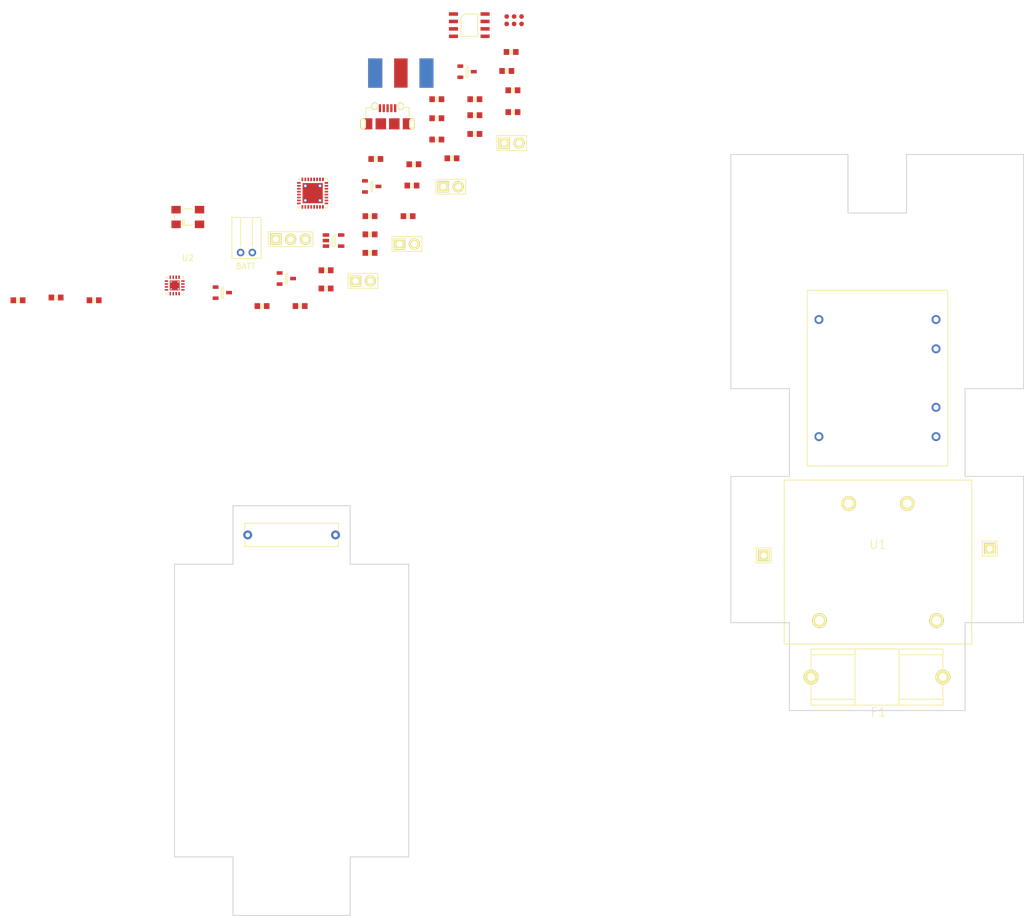
<source format=kicad_pcb>
(kicad_pcb (version 4) (host pcbnew 4.0.4+e1-6308~48~ubuntu16.04.1-stable)

  (general
    (links 114)
    (no_connects 106)
    (area 54.924999 49.924999 200.075001 180.075001)
    (thickness 1.6)
    (drawings 32)
    (tracks 0)
    (zones 0)
    (modules 49)
    (nets 32)
  )

  (page A4)
  (layers
    (0 F.Cu signal)
    (31 B.Cu signal)
    (32 B.Adhes user)
    (33 F.Adhes user)
    (34 B.Paste user)
    (35 F.Paste user)
    (36 B.SilkS user)
    (37 F.SilkS user)
    (38 B.Mask user)
    (39 F.Mask user)
    (40 Dwgs.User user)
    (41 Cmts.User user)
    (42 Eco1.User user)
    (43 Eco2.User user)
    (44 Edge.Cuts user)
    (45 Margin user)
    (46 B.CrtYd user)
    (47 F.CrtYd user)
    (48 B.Fab user)
    (49 F.Fab user)
  )

  (setup
    (last_trace_width 0.25)
    (trace_clearance 0.2)
    (zone_clearance 0.508)
    (zone_45_only no)
    (trace_min 0.2)
    (segment_width 0.2)
    (edge_width 0.15)
    (via_size 0.6)
    (via_drill 0.4)
    (via_min_size 0.4)
    (via_min_drill 0.3)
    (uvia_size 0.3)
    (uvia_drill 0.1)
    (uvias_allowed no)
    (uvia_min_size 0.2)
    (uvia_min_drill 0.1)
    (pcb_text_width 0.3)
    (pcb_text_size 1.5 1.5)
    (mod_edge_width 0.15)
    (mod_text_size 1 1)
    (mod_text_width 0.15)
    (pad_size 1.524 1.524)
    (pad_drill 0.762)
    (pad_to_mask_clearance 0)
    (aux_axis_origin 0 0)
    (visible_elements FFFCFF7F)
    (pcbplotparams
      (layerselection 0x00030_80000001)
      (usegerberextensions false)
      (excludeedgelayer true)
      (linewidth 0.100000)
      (plotframeref false)
      (viasonmask false)
      (mode 1)
      (useauxorigin false)
      (hpglpennumber 1)
      (hpglpenspeed 20)
      (hpglpendiameter 15)
      (hpglpenoverlay 2)
      (psnegative false)
      (psa4output false)
      (plotreference true)
      (plotvalue true)
      (plotinvisibletext false)
      (padsonsilk false)
      (subtractmaskfromsilk false)
      (outputformat 1)
      (mirror false)
      (drillshape 1)
      (scaleselection 1)
      (outputdirectory ""))
  )

  (net 0 "")
  (net 1 /L)
  (net 2 /N)
  (net 3 "Net-(C2-Pad1)")
  (net 4 GND)
  (net 5 "Net-(C3-Pad1)")
  (net 6 +3V3)
  (net 7 "Net-(C6-Pad1)")
  (net 8 /nRST)
  (net 9 "Net-(D1-Pad1)")
  (net 10 "Net-(D1-Pad2)")
  (net 11 "Net-(D2-Pad1)")
  (net 12 "Net-(D2-Pad2)")
  (net 13 "Net-(D3-Pad1)")
  (net 14 "Net-(D3-Pad2)")
  (net 15 "Net-(IC2-Pad1)")
  (net 16 /BATT_CHG)
  (net 17 "Net-(IC2-Pad14)")
  (net 18 "Net-(IC2-Pad16)")
  (net 19 /VSENSE_REF)
  (net 20 /VSENSE)
  (net 21 "Net-(IC4-Pad3)")
  (net 22 "Net-(IC5-Pad2)")
  (net 23 /USB_D-)
  (net 24 /USB_D+)
  (net 25 /SWDIO)
  (net 26 /SWCLK)
  (net 27 "Net-(P3-Pad1)")
  (net 28 "Net-(R5-Pad2)")
  (net 29 /PUSH_SW)
  (net 30 "Net-(SW2-Pad3)")
  (net 31 "Net-(F1-Pad2)")

  (net_class Default "This is the default net class."
    (clearance 0.2)
    (trace_width 0.25)
    (via_dia 0.6)
    (via_drill 0.4)
    (uvia_dia 0.3)
    (uvia_drill 0.1)
    (add_net +3V3)
    (add_net /BATT_CHG)
    (add_net /L)
    (add_net /N)
    (add_net /PUSH_SW)
    (add_net /SWCLK)
    (add_net /SWDIO)
    (add_net /USB_D+)
    (add_net /USB_D-)
    (add_net /VSENSE)
    (add_net /VSENSE_REF)
    (add_net /nRST)
    (add_net GND)
    (add_net "Net-(C2-Pad1)")
    (add_net "Net-(C3-Pad1)")
    (add_net "Net-(C6-Pad1)")
    (add_net "Net-(D1-Pad1)")
    (add_net "Net-(D1-Pad2)")
    (add_net "Net-(D2-Pad1)")
    (add_net "Net-(D2-Pad2)")
    (add_net "Net-(D3-Pad1)")
    (add_net "Net-(D3-Pad2)")
    (add_net "Net-(F1-Pad2)")
    (add_net "Net-(IC2-Pad1)")
    (add_net "Net-(IC2-Pad14)")
    (add_net "Net-(IC2-Pad16)")
    (add_net "Net-(IC4-Pad3)")
    (add_net "Net-(IC5-Pad2)")
    (add_net "Net-(P3-Pad1)")
    (add_net "Net-(R5-Pad2)")
    (add_net "Net-(SW2-Pad3)")
  )

  (module footprints:ECQU2A104ML (layer F.Cu) (tedit 5805413E) (tstamp 581CA5B9)
    (at 75 115)
    (path /58010C16)
    (fp_text reference C1 (at -0.1 -1) (layer F.Fab)
      (effects (font (size 1 1) (thickness 0.15)))
    )
    (fp_text value 0.1uF/275V/X2 (at -0.2 1) (layer F.Fab)
      (effects (font (size 1 1) (thickness 0.15)))
    )
    (fp_line (start -8 2) (end -8 1) (layer F.SilkS) (width 0.15))
    (fp_line (start 8 2) (end -8 2) (layer F.SilkS) (width 0.15))
    (fp_line (start 8 1) (end 8 2) (layer F.SilkS) (width 0.15))
    (fp_line (start 8 -2) (end 8 -1) (layer F.SilkS) (width 0.15))
    (fp_line (start -8 -2) (end 8 -2) (layer F.SilkS) (width 0.15))
    (fp_line (start -8 -2) (end -8 -1) (layer F.SilkS) (width 0.15))
    (fp_line (start 9 -3) (end -9 -3) (layer F.Fab) (width 0.15))
    (fp_line (start 9 3) (end 9 -3) (layer F.Fab) (width 0.15))
    (fp_line (start -9 3) (end 9 3) (layer F.Fab) (width 0.15))
    (fp_line (start -9 -3) (end -9 3) (layer F.Fab) (width 0.15))
    (pad 1 thru_hole circle (at -7.5 0) (size 1.524 1.524) (drill 0.762) (layers *.Cu *.Mask)
      (net 1 /L))
    (pad 2 thru_hole circle (at 7.5 0) (size 1.524 1.524) (drill 0.762) (layers *.Cu *.Mask)
      (net 2 /N))
  )

  (module agg:0603 (layer F.Cu) (tedit 57654490) (tstamp 581CA5CD)
    (at 76.45 75.896191)
    (path /58022AFC)
    (fp_text reference C2 (at -2.225 0 90) (layer F.Fab)
      (effects (font (size 1 1) (thickness 0.15)))
    )
    (fp_text value 1u (at 2.225 0 90) (layer F.Fab)
      (effects (font (size 1 1) (thickness 0.15)))
    )
    (fp_line (start -0.8 -0.4) (end 0.8 -0.4) (layer F.Fab) (width 0.01))
    (fp_line (start 0.8 -0.4) (end 0.8 0.4) (layer F.Fab) (width 0.01))
    (fp_line (start 0.8 0.4) (end -0.8 0.4) (layer F.Fab) (width 0.01))
    (fp_line (start -0.8 0.4) (end -0.8 -0.4) (layer F.Fab) (width 0.01))
    (fp_line (start -0.45 -0.4) (end -0.45 0.4) (layer F.Fab) (width 0.01))
    (fp_line (start 0.45 -0.4) (end 0.45 0.4) (layer F.Fab) (width 0.01))
    (fp_line (start -0.125 -0.325) (end 0.125 -0.325) (layer F.SilkS) (width 0.15))
    (fp_line (start 0.125 -0.325) (end 0.125 0.325) (layer F.SilkS) (width 0.15))
    (fp_line (start 0.125 0.325) (end -0.125 0.325) (layer F.SilkS) (width 0.15))
    (fp_line (start -0.125 0.325) (end -0.125 -0.325) (layer F.SilkS) (width 0.15))
    (fp_line (start -1.55 -0.75) (end 1.55 -0.75) (layer F.CrtYd) (width 0.01))
    (fp_line (start 1.55 -0.75) (end 1.55 0.75) (layer F.CrtYd) (width 0.01))
    (fp_line (start 1.55 0.75) (end -1.55 0.75) (layer F.CrtYd) (width 0.01))
    (fp_line (start -1.55 0.75) (end -1.55 -0.75) (layer F.CrtYd) (width 0.01))
    (pad 1 smd rect (at -0.8 0) (size 0.95 1) (layers F.Cu F.Paste F.Mask)
      (net 3 "Net-(C2-Pad1)"))
    (pad 2 smd rect (at 0.8 0) (size 0.95 1) (layers F.Cu F.Paste F.Mask)
      (net 4 GND))
    (model ${KISYS3DMOD}/Resistors_SMD.3dshapes/R_0603.wrl
      (at (xyz 0 0 0))
      (scale (xyz 1 1 1))
      (rotate (xyz 0 0 0))
    )
  )

  (module agg:0603 (layer F.Cu) (tedit 57654490) (tstamp 581CA5E1)
    (at 88.39 66.804762)
    (path /58023CAB)
    (fp_text reference C3 (at -2.225 0 90) (layer F.Fab)
      (effects (font (size 1 1) (thickness 0.15)))
    )
    (fp_text value 4u7 (at 2.225 0 90) (layer F.Fab)
      (effects (font (size 1 1) (thickness 0.15)))
    )
    (fp_line (start -0.8 -0.4) (end 0.8 -0.4) (layer F.Fab) (width 0.01))
    (fp_line (start 0.8 -0.4) (end 0.8 0.4) (layer F.Fab) (width 0.01))
    (fp_line (start 0.8 0.4) (end -0.8 0.4) (layer F.Fab) (width 0.01))
    (fp_line (start -0.8 0.4) (end -0.8 -0.4) (layer F.Fab) (width 0.01))
    (fp_line (start -0.45 -0.4) (end -0.45 0.4) (layer F.Fab) (width 0.01))
    (fp_line (start 0.45 -0.4) (end 0.45 0.4) (layer F.Fab) (width 0.01))
    (fp_line (start -0.125 -0.325) (end 0.125 -0.325) (layer F.SilkS) (width 0.15))
    (fp_line (start 0.125 -0.325) (end 0.125 0.325) (layer F.SilkS) (width 0.15))
    (fp_line (start 0.125 0.325) (end -0.125 0.325) (layer F.SilkS) (width 0.15))
    (fp_line (start -0.125 0.325) (end -0.125 -0.325) (layer F.SilkS) (width 0.15))
    (fp_line (start -1.55 -0.75) (end 1.55 -0.75) (layer F.CrtYd) (width 0.01))
    (fp_line (start 1.55 -0.75) (end 1.55 0.75) (layer F.CrtYd) (width 0.01))
    (fp_line (start 1.55 0.75) (end -1.55 0.75) (layer F.CrtYd) (width 0.01))
    (fp_line (start -1.55 0.75) (end -1.55 -0.75) (layer F.CrtYd) (width 0.01))
    (pad 1 smd rect (at -0.8 0) (size 0.95 1) (layers F.Cu F.Paste F.Mask)
      (net 5 "Net-(C3-Pad1)"))
    (pad 2 smd rect (at 0.8 0) (size 0.95 1) (layers F.Cu F.Paste F.Mask)
      (net 4 GND))
    (model ${KISYS3DMOD}/Resistors_SMD.3dshapes/R_0603.wrl
      (at (xyz 0 0 0))
      (scale (xyz 1 1 1))
      (rotate (xyz 0 0 0))
    )
  )

  (module agg:0603 (layer F.Cu) (tedit 57654490) (tstamp 581CA5F5)
    (at 99.79 40.556191)
    (path /58027D4D)
    (fp_text reference C4 (at -2.225 0 90) (layer F.Fab)
      (effects (font (size 1 1) (thickness 0.15)))
    )
    (fp_text value 1u (at 2.225 0 90) (layer F.Fab)
      (effects (font (size 1 1) (thickness 0.15)))
    )
    (fp_line (start -0.8 -0.4) (end 0.8 -0.4) (layer F.Fab) (width 0.01))
    (fp_line (start 0.8 -0.4) (end 0.8 0.4) (layer F.Fab) (width 0.01))
    (fp_line (start 0.8 0.4) (end -0.8 0.4) (layer F.Fab) (width 0.01))
    (fp_line (start -0.8 0.4) (end -0.8 -0.4) (layer F.Fab) (width 0.01))
    (fp_line (start -0.45 -0.4) (end -0.45 0.4) (layer F.Fab) (width 0.01))
    (fp_line (start 0.45 -0.4) (end 0.45 0.4) (layer F.Fab) (width 0.01))
    (fp_line (start -0.125 -0.325) (end 0.125 -0.325) (layer F.SilkS) (width 0.15))
    (fp_line (start 0.125 -0.325) (end 0.125 0.325) (layer F.SilkS) (width 0.15))
    (fp_line (start 0.125 0.325) (end -0.125 0.325) (layer F.SilkS) (width 0.15))
    (fp_line (start -0.125 0.325) (end -0.125 -0.325) (layer F.SilkS) (width 0.15))
    (fp_line (start -1.55 -0.75) (end 1.55 -0.75) (layer F.CrtYd) (width 0.01))
    (fp_line (start 1.55 -0.75) (end 1.55 0.75) (layer F.CrtYd) (width 0.01))
    (fp_line (start 1.55 0.75) (end -1.55 0.75) (layer F.CrtYd) (width 0.01))
    (fp_line (start -1.55 0.75) (end -1.55 -0.75) (layer F.CrtYd) (width 0.01))
    (pad 1 smd rect (at -0.8 0) (size 0.95 1) (layers F.Cu F.Paste F.Mask)
      (net 5 "Net-(C3-Pad1)"))
    (pad 2 smd rect (at 0.8 0) (size 0.95 1) (layers F.Cu F.Paste F.Mask)
      (net 4 GND))
    (model ${KISYS3DMOD}/Resistors_SMD.3dshapes/R_0603.wrl
      (at (xyz 0 0 0))
      (scale (xyz 1 1 1))
      (rotate (xyz 0 0 0))
    )
  )

  (module agg:0603 (layer F.Cu) (tedit 57654490) (tstamp 581CA609)
    (at 69.95 75.896191)
    (path /58027DDF)
    (fp_text reference C5 (at -2.225 0 90) (layer F.Fab)
      (effects (font (size 1 1) (thickness 0.15)))
    )
    (fp_text value 1u (at 2.225 0 90) (layer F.Fab)
      (effects (font (size 1 1) (thickness 0.15)))
    )
    (fp_line (start -0.8 -0.4) (end 0.8 -0.4) (layer F.Fab) (width 0.01))
    (fp_line (start 0.8 -0.4) (end 0.8 0.4) (layer F.Fab) (width 0.01))
    (fp_line (start 0.8 0.4) (end -0.8 0.4) (layer F.Fab) (width 0.01))
    (fp_line (start -0.8 0.4) (end -0.8 -0.4) (layer F.Fab) (width 0.01))
    (fp_line (start -0.45 -0.4) (end -0.45 0.4) (layer F.Fab) (width 0.01))
    (fp_line (start 0.45 -0.4) (end 0.45 0.4) (layer F.Fab) (width 0.01))
    (fp_line (start -0.125 -0.325) (end 0.125 -0.325) (layer F.SilkS) (width 0.15))
    (fp_line (start 0.125 -0.325) (end 0.125 0.325) (layer F.SilkS) (width 0.15))
    (fp_line (start 0.125 0.325) (end -0.125 0.325) (layer F.SilkS) (width 0.15))
    (fp_line (start -0.125 0.325) (end -0.125 -0.325) (layer F.SilkS) (width 0.15))
    (fp_line (start -1.55 -0.75) (end 1.55 -0.75) (layer F.CrtYd) (width 0.01))
    (fp_line (start 1.55 -0.75) (end 1.55 0.75) (layer F.CrtYd) (width 0.01))
    (fp_line (start 1.55 0.75) (end -1.55 0.75) (layer F.CrtYd) (width 0.01))
    (fp_line (start -1.55 0.75) (end -1.55 -0.75) (layer F.CrtYd) (width 0.01))
    (pad 1 smd rect (at -0.8 0) (size 0.95 1) (layers F.Cu F.Paste F.Mask)
      (net 6 +3V3))
    (pad 2 smd rect (at 0.8 0) (size 0.95 1) (layers F.Cu F.Paste F.Mask)
      (net 4 GND))
    (model ${KISYS3DMOD}/Resistors_SMD.3dshapes/R_0603.wrl
      (at (xyz 0 0 0))
      (scale (xyz 1 1 1))
      (rotate (xyz 0 0 0))
    )
  )

  (module agg:0603 (layer F.Cu) (tedit 57654490) (tstamp 581CA61D)
    (at 34.78 74.434762)
    (path /58028289)
    (fp_text reference C6 (at -2.225 0 90) (layer F.Fab)
      (effects (font (size 1 1) (thickness 0.15)))
    )
    (fp_text value 4u7 (at 2.225 0 90) (layer F.Fab)
      (effects (font (size 1 1) (thickness 0.15)))
    )
    (fp_line (start -0.8 -0.4) (end 0.8 -0.4) (layer F.Fab) (width 0.01))
    (fp_line (start 0.8 -0.4) (end 0.8 0.4) (layer F.Fab) (width 0.01))
    (fp_line (start 0.8 0.4) (end -0.8 0.4) (layer F.Fab) (width 0.01))
    (fp_line (start -0.8 0.4) (end -0.8 -0.4) (layer F.Fab) (width 0.01))
    (fp_line (start -0.45 -0.4) (end -0.45 0.4) (layer F.Fab) (width 0.01))
    (fp_line (start 0.45 -0.4) (end 0.45 0.4) (layer F.Fab) (width 0.01))
    (fp_line (start -0.125 -0.325) (end 0.125 -0.325) (layer F.SilkS) (width 0.15))
    (fp_line (start 0.125 -0.325) (end 0.125 0.325) (layer F.SilkS) (width 0.15))
    (fp_line (start 0.125 0.325) (end -0.125 0.325) (layer F.SilkS) (width 0.15))
    (fp_line (start -0.125 0.325) (end -0.125 -0.325) (layer F.SilkS) (width 0.15))
    (fp_line (start -1.55 -0.75) (end 1.55 -0.75) (layer F.CrtYd) (width 0.01))
    (fp_line (start 1.55 -0.75) (end 1.55 0.75) (layer F.CrtYd) (width 0.01))
    (fp_line (start 1.55 0.75) (end -1.55 0.75) (layer F.CrtYd) (width 0.01))
    (fp_line (start -1.55 0.75) (end -1.55 -0.75) (layer F.CrtYd) (width 0.01))
    (pad 1 smd rect (at -0.8 0) (size 0.95 1) (layers F.Cu F.Paste F.Mask)
      (net 7 "Net-(C6-Pad1)"))
    (pad 2 smd rect (at 0.8 0) (size 0.95 1) (layers F.Cu F.Paste F.Mask)
      (net 4 GND))
    (model ${KISYS3DMOD}/Resistors_SMD.3dshapes/R_0603.wrl
      (at (xyz 0 0 0))
      (scale (xyz 1 1 1))
      (rotate (xyz 0 0 0))
    )
  )

  (module agg:0603 (layer F.Cu) (tedit 57654490) (tstamp 581CA631)
    (at 41.28 74.910953)
    (path /581DD16C)
    (fp_text reference C7 (at -2.225 0 90) (layer F.Fab)
      (effects (font (size 1 1) (thickness 0.15)))
    )
    (fp_text value 100n (at 2.225 0 90) (layer F.Fab)
      (effects (font (size 1 1) (thickness 0.15)))
    )
    (fp_line (start -0.8 -0.4) (end 0.8 -0.4) (layer F.Fab) (width 0.01))
    (fp_line (start 0.8 -0.4) (end 0.8 0.4) (layer F.Fab) (width 0.01))
    (fp_line (start 0.8 0.4) (end -0.8 0.4) (layer F.Fab) (width 0.01))
    (fp_line (start -0.8 0.4) (end -0.8 -0.4) (layer F.Fab) (width 0.01))
    (fp_line (start -0.45 -0.4) (end -0.45 0.4) (layer F.Fab) (width 0.01))
    (fp_line (start 0.45 -0.4) (end 0.45 0.4) (layer F.Fab) (width 0.01))
    (fp_line (start -0.125 -0.325) (end 0.125 -0.325) (layer F.SilkS) (width 0.15))
    (fp_line (start 0.125 -0.325) (end 0.125 0.325) (layer F.SilkS) (width 0.15))
    (fp_line (start 0.125 0.325) (end -0.125 0.325) (layer F.SilkS) (width 0.15))
    (fp_line (start -0.125 0.325) (end -0.125 -0.325) (layer F.SilkS) (width 0.15))
    (fp_line (start -1.55 -0.75) (end 1.55 -0.75) (layer F.CrtYd) (width 0.01))
    (fp_line (start 1.55 -0.75) (end 1.55 0.75) (layer F.CrtYd) (width 0.01))
    (fp_line (start 1.55 0.75) (end -1.55 0.75) (layer F.CrtYd) (width 0.01))
    (fp_line (start -1.55 0.75) (end -1.55 -0.75) (layer F.CrtYd) (width 0.01))
    (pad 1 smd rect (at -0.8 0) (size 0.95 1) (layers F.Cu F.Paste F.Mask)
      (net 4 GND))
    (pad 2 smd rect (at 0.8 0) (size 0.95 1) (layers F.Cu F.Paste F.Mask)
      (net 6 +3V3))
    (model ${KISYS3DMOD}/Resistors_SMD.3dshapes/R_0603.wrl
      (at (xyz 0 0 0))
      (scale (xyz 1 1 1))
      (rotate (xyz 0 0 0))
    )
  )

  (module agg:0603 (layer F.Cu) (tedit 57654490) (tstamp 581CA645)
    (at 89.38 50.766191)
    (path /58028D41)
    (fp_text reference C8 (at -2.225 0 90) (layer F.Fab)
      (effects (font (size 1 1) (thickness 0.15)))
    )
    (fp_text value 1u (at 2.225 0 90) (layer F.Fab)
      (effects (font (size 1 1) (thickness 0.15)))
    )
    (fp_line (start -0.8 -0.4) (end 0.8 -0.4) (layer F.Fab) (width 0.01))
    (fp_line (start 0.8 -0.4) (end 0.8 0.4) (layer F.Fab) (width 0.01))
    (fp_line (start 0.8 0.4) (end -0.8 0.4) (layer F.Fab) (width 0.01))
    (fp_line (start -0.8 0.4) (end -0.8 -0.4) (layer F.Fab) (width 0.01))
    (fp_line (start -0.45 -0.4) (end -0.45 0.4) (layer F.Fab) (width 0.01))
    (fp_line (start 0.45 -0.4) (end 0.45 0.4) (layer F.Fab) (width 0.01))
    (fp_line (start -0.125 -0.325) (end 0.125 -0.325) (layer F.SilkS) (width 0.15))
    (fp_line (start 0.125 -0.325) (end 0.125 0.325) (layer F.SilkS) (width 0.15))
    (fp_line (start 0.125 0.325) (end -0.125 0.325) (layer F.SilkS) (width 0.15))
    (fp_line (start -0.125 0.325) (end -0.125 -0.325) (layer F.SilkS) (width 0.15))
    (fp_line (start -1.55 -0.75) (end 1.55 -0.75) (layer F.CrtYd) (width 0.01))
    (fp_line (start 1.55 -0.75) (end 1.55 0.75) (layer F.CrtYd) (width 0.01))
    (fp_line (start 1.55 0.75) (end -1.55 0.75) (layer F.CrtYd) (width 0.01))
    (fp_line (start -1.55 0.75) (end -1.55 -0.75) (layer F.CrtYd) (width 0.01))
    (pad 1 smd rect (at -0.8 0) (size 0.95 1) (layers F.Cu F.Paste F.Mask)
      (net 6 +3V3))
    (pad 2 smd rect (at 0.8 0) (size 0.95 1) (layers F.Cu F.Paste F.Mask)
      (net 4 GND))
    (model ${KISYS3DMOD}/Resistors_SMD.3dshapes/R_0603.wrl
      (at (xyz 0 0 0))
      (scale (xyz 1 1 1))
      (rotate (xyz 0 0 0))
    )
  )

  (module agg:0603 (layer F.Cu) (tedit 57654490) (tstamp 581CA659)
    (at 112.49 32.484762)
    (path /58012281)
    (fp_text reference C9 (at -2.225 0 90) (layer F.Fab)
      (effects (font (size 1 1) (thickness 0.15)))
    )
    (fp_text value 10n (at 2.225 0 90) (layer F.Fab)
      (effects (font (size 1 1) (thickness 0.15)))
    )
    (fp_line (start -0.8 -0.4) (end 0.8 -0.4) (layer F.Fab) (width 0.01))
    (fp_line (start 0.8 -0.4) (end 0.8 0.4) (layer F.Fab) (width 0.01))
    (fp_line (start 0.8 0.4) (end -0.8 0.4) (layer F.Fab) (width 0.01))
    (fp_line (start -0.8 0.4) (end -0.8 -0.4) (layer F.Fab) (width 0.01))
    (fp_line (start -0.45 -0.4) (end -0.45 0.4) (layer F.Fab) (width 0.01))
    (fp_line (start 0.45 -0.4) (end 0.45 0.4) (layer F.Fab) (width 0.01))
    (fp_line (start -0.125 -0.325) (end 0.125 -0.325) (layer F.SilkS) (width 0.15))
    (fp_line (start 0.125 -0.325) (end 0.125 0.325) (layer F.SilkS) (width 0.15))
    (fp_line (start 0.125 0.325) (end -0.125 0.325) (layer F.SilkS) (width 0.15))
    (fp_line (start -0.125 0.325) (end -0.125 -0.325) (layer F.SilkS) (width 0.15))
    (fp_line (start -1.55 -0.75) (end 1.55 -0.75) (layer F.CrtYd) (width 0.01))
    (fp_line (start 1.55 -0.75) (end 1.55 0.75) (layer F.CrtYd) (width 0.01))
    (fp_line (start 1.55 0.75) (end -1.55 0.75) (layer F.CrtYd) (width 0.01))
    (fp_line (start -1.55 0.75) (end -1.55 -0.75) (layer F.CrtYd) (width 0.01))
    (pad 1 smd rect (at -0.8 0) (size 0.95 1) (layers F.Cu F.Paste F.Mask)
      (net 6 +3V3))
    (pad 2 smd rect (at 0.8 0) (size 0.95 1) (layers F.Cu F.Paste F.Mask)
      (net 4 GND))
    (model ${KISYS3DMOD}/Resistors_SMD.3dshapes/R_0603.wrl
      (at (xyz 0 0 0))
      (scale (xyz 1 1 1))
      (rotate (xyz 0 0 0))
    )
  )

  (module agg:0603 (layer F.Cu) (tedit 57654490) (tstamp 581CA66D)
    (at 111.74 35.732381)
    (path /5802877F)
    (fp_text reference C10 (at -2.225 0 90) (layer F.Fab)
      (effects (font (size 1 1) (thickness 0.15)))
    )
    (fp_text value 4u7 (at 2.225 0 90) (layer F.Fab)
      (effects (font (size 1 1) (thickness 0.15)))
    )
    (fp_line (start -0.8 -0.4) (end 0.8 -0.4) (layer F.Fab) (width 0.01))
    (fp_line (start 0.8 -0.4) (end 0.8 0.4) (layer F.Fab) (width 0.01))
    (fp_line (start 0.8 0.4) (end -0.8 0.4) (layer F.Fab) (width 0.01))
    (fp_line (start -0.8 0.4) (end -0.8 -0.4) (layer F.Fab) (width 0.01))
    (fp_line (start -0.45 -0.4) (end -0.45 0.4) (layer F.Fab) (width 0.01))
    (fp_line (start 0.45 -0.4) (end 0.45 0.4) (layer F.Fab) (width 0.01))
    (fp_line (start -0.125 -0.325) (end 0.125 -0.325) (layer F.SilkS) (width 0.15))
    (fp_line (start 0.125 -0.325) (end 0.125 0.325) (layer F.SilkS) (width 0.15))
    (fp_line (start 0.125 0.325) (end -0.125 0.325) (layer F.SilkS) (width 0.15))
    (fp_line (start -0.125 0.325) (end -0.125 -0.325) (layer F.SilkS) (width 0.15))
    (fp_line (start -1.55 -0.75) (end 1.55 -0.75) (layer F.CrtYd) (width 0.01))
    (fp_line (start 1.55 -0.75) (end 1.55 0.75) (layer F.CrtYd) (width 0.01))
    (fp_line (start 1.55 0.75) (end -1.55 0.75) (layer F.CrtYd) (width 0.01))
    (fp_line (start -1.55 0.75) (end -1.55 -0.75) (layer F.CrtYd) (width 0.01))
    (pad 1 smd rect (at -0.8 0) (size 0.95 1) (layers F.Cu F.Paste F.Mask)
      (net 6 +3V3))
    (pad 2 smd rect (at 0.8 0) (size 0.95 1) (layers F.Cu F.Paste F.Mask)
      (net 4 GND))
    (model ${KISYS3DMOD}/Resistors_SMD.3dshapes/R_0603.wrl
      (at (xyz 0 0 0))
      (scale (xyz 1 1 1))
      (rotate (xyz 0 0 0))
    )
  )

  (module agg:0603 (layer F.Cu) (tedit 57654490) (tstamp 581CA681)
    (at 95.88 51.670953)
    (path /5801230B)
    (fp_text reference C11 (at -2.225 0 90) (layer F.Fab)
      (effects (font (size 1 1) (thickness 0.15)))
    )
    (fp_text value 100n (at 2.225 0 90) (layer F.Fab)
      (effects (font (size 1 1) (thickness 0.15)))
    )
    (fp_line (start -0.8 -0.4) (end 0.8 -0.4) (layer F.Fab) (width 0.01))
    (fp_line (start 0.8 -0.4) (end 0.8 0.4) (layer F.Fab) (width 0.01))
    (fp_line (start 0.8 0.4) (end -0.8 0.4) (layer F.Fab) (width 0.01))
    (fp_line (start -0.8 0.4) (end -0.8 -0.4) (layer F.Fab) (width 0.01))
    (fp_line (start -0.45 -0.4) (end -0.45 0.4) (layer F.Fab) (width 0.01))
    (fp_line (start 0.45 -0.4) (end 0.45 0.4) (layer F.Fab) (width 0.01))
    (fp_line (start -0.125 -0.325) (end 0.125 -0.325) (layer F.SilkS) (width 0.15))
    (fp_line (start 0.125 -0.325) (end 0.125 0.325) (layer F.SilkS) (width 0.15))
    (fp_line (start 0.125 0.325) (end -0.125 0.325) (layer F.SilkS) (width 0.15))
    (fp_line (start -0.125 0.325) (end -0.125 -0.325) (layer F.SilkS) (width 0.15))
    (fp_line (start -1.55 -0.75) (end 1.55 -0.75) (layer F.CrtYd) (width 0.01))
    (fp_line (start 1.55 -0.75) (end 1.55 0.75) (layer F.CrtYd) (width 0.01))
    (fp_line (start 1.55 0.75) (end -1.55 0.75) (layer F.CrtYd) (width 0.01))
    (fp_line (start -1.55 0.75) (end -1.55 -0.75) (layer F.CrtYd) (width 0.01))
    (pad 1 smd rect (at -0.8 0) (size 0.95 1) (layers F.Cu F.Paste F.Mask)
      (net 6 +3V3))
    (pad 2 smd rect (at 0.8 0) (size 0.95 1) (layers F.Cu F.Paste F.Mask)
      (net 4 GND))
    (model ${KISYS3DMOD}/Resistors_SMD.3dshapes/R_0603.wrl
      (at (xyz 0 0 0))
      (scale (xyz 1 1 1))
      (rotate (xyz 0 0 0))
    )
  )

  (module agg:0603 (layer F.Cu) (tedit 57654490) (tstamp 581CA695)
    (at 28.28 74.910953)
    (path /58012353)
    (fp_text reference C12 (at -2.225 0 90) (layer F.Fab)
      (effects (font (size 1 1) (thickness 0.15)))
    )
    (fp_text value 100n (at 2.225 0 90) (layer F.Fab)
      (effects (font (size 1 1) (thickness 0.15)))
    )
    (fp_line (start -0.8 -0.4) (end 0.8 -0.4) (layer F.Fab) (width 0.01))
    (fp_line (start 0.8 -0.4) (end 0.8 0.4) (layer F.Fab) (width 0.01))
    (fp_line (start 0.8 0.4) (end -0.8 0.4) (layer F.Fab) (width 0.01))
    (fp_line (start -0.8 0.4) (end -0.8 -0.4) (layer F.Fab) (width 0.01))
    (fp_line (start -0.45 -0.4) (end -0.45 0.4) (layer F.Fab) (width 0.01))
    (fp_line (start 0.45 -0.4) (end 0.45 0.4) (layer F.Fab) (width 0.01))
    (fp_line (start -0.125 -0.325) (end 0.125 -0.325) (layer F.SilkS) (width 0.15))
    (fp_line (start 0.125 -0.325) (end 0.125 0.325) (layer F.SilkS) (width 0.15))
    (fp_line (start 0.125 0.325) (end -0.125 0.325) (layer F.SilkS) (width 0.15))
    (fp_line (start -0.125 0.325) (end -0.125 -0.325) (layer F.SilkS) (width 0.15))
    (fp_line (start -1.55 -0.75) (end 1.55 -0.75) (layer F.CrtYd) (width 0.01))
    (fp_line (start 1.55 -0.75) (end 1.55 0.75) (layer F.CrtYd) (width 0.01))
    (fp_line (start 1.55 0.75) (end -1.55 0.75) (layer F.CrtYd) (width 0.01))
    (fp_line (start -1.55 0.75) (end -1.55 -0.75) (layer F.CrtYd) (width 0.01))
    (pad 1 smd rect (at -0.8 0) (size 0.95 1) (layers F.Cu F.Paste F.Mask)
      (net 6 +3V3))
    (pad 2 smd rect (at 0.8 0) (size 0.95 1) (layers F.Cu F.Paste F.Mask)
      (net 4 GND))
    (model ${KISYS3DMOD}/Resistors_SMD.3dshapes/R_0603.wrl
      (at (xyz 0 0 0))
      (scale (xyz 1 1 1))
      (rotate (xyz 0 0 0))
    )
  )

  (module agg:0603 (layer F.Cu) (tedit 57654490) (tstamp 581CA6A9)
    (at 112.79 42.760953)
    (path /5802649D)
    (fp_text reference C13 (at -2.225 0 90) (layer F.Fab)
      (effects (font (size 1 1) (thickness 0.15)))
    )
    (fp_text value 100n (at 2.225 0 90) (layer F.Fab)
      (effects (font (size 1 1) (thickness 0.15)))
    )
    (fp_line (start -0.8 -0.4) (end 0.8 -0.4) (layer F.Fab) (width 0.01))
    (fp_line (start 0.8 -0.4) (end 0.8 0.4) (layer F.Fab) (width 0.01))
    (fp_line (start 0.8 0.4) (end -0.8 0.4) (layer F.Fab) (width 0.01))
    (fp_line (start -0.8 0.4) (end -0.8 -0.4) (layer F.Fab) (width 0.01))
    (fp_line (start -0.45 -0.4) (end -0.45 0.4) (layer F.Fab) (width 0.01))
    (fp_line (start 0.45 -0.4) (end 0.45 0.4) (layer F.Fab) (width 0.01))
    (fp_line (start -0.125 -0.325) (end 0.125 -0.325) (layer F.SilkS) (width 0.15))
    (fp_line (start 0.125 -0.325) (end 0.125 0.325) (layer F.SilkS) (width 0.15))
    (fp_line (start 0.125 0.325) (end -0.125 0.325) (layer F.SilkS) (width 0.15))
    (fp_line (start -0.125 0.325) (end -0.125 -0.325) (layer F.SilkS) (width 0.15))
    (fp_line (start -1.55 -0.75) (end 1.55 -0.75) (layer F.CrtYd) (width 0.01))
    (fp_line (start 1.55 -0.75) (end 1.55 0.75) (layer F.CrtYd) (width 0.01))
    (fp_line (start 1.55 0.75) (end -1.55 0.75) (layer F.CrtYd) (width 0.01))
    (fp_line (start -1.55 0.75) (end -1.55 -0.75) (layer F.CrtYd) (width 0.01))
    (pad 1 smd rect (at -0.8 0) (size 0.95 1) (layers F.Cu F.Paste F.Mask)
      (net 6 +3V3))
    (pad 2 smd rect (at 0.8 0) (size 0.95 1) (layers F.Cu F.Paste F.Mask)
      (net 4 GND))
    (model ${KISYS3DMOD}/Resistors_SMD.3dshapes/R_0603.wrl
      (at (xyz 0 0 0))
      (scale (xyz 1 1 1))
      (rotate (xyz 0 0 0))
    )
  )

  (module agg:0603 (layer F.Cu) (tedit 57654490) (tstamp 581CA6BD)
    (at 99.79 43.810953)
    (path /5801623A)
    (fp_text reference C14 (at -2.225 0 90) (layer F.Fab)
      (effects (font (size 1 1) (thickness 0.15)))
    )
    (fp_text value 100n (at 2.225 0 90) (layer F.Fab)
      (effects (font (size 1 1) (thickness 0.15)))
    )
    (fp_line (start -0.8 -0.4) (end 0.8 -0.4) (layer F.Fab) (width 0.01))
    (fp_line (start 0.8 -0.4) (end 0.8 0.4) (layer F.Fab) (width 0.01))
    (fp_line (start 0.8 0.4) (end -0.8 0.4) (layer F.Fab) (width 0.01))
    (fp_line (start -0.8 0.4) (end -0.8 -0.4) (layer F.Fab) (width 0.01))
    (fp_line (start -0.45 -0.4) (end -0.45 0.4) (layer F.Fab) (width 0.01))
    (fp_line (start 0.45 -0.4) (end 0.45 0.4) (layer F.Fab) (width 0.01))
    (fp_line (start -0.125 -0.325) (end 0.125 -0.325) (layer F.SilkS) (width 0.15))
    (fp_line (start 0.125 -0.325) (end 0.125 0.325) (layer F.SilkS) (width 0.15))
    (fp_line (start 0.125 0.325) (end -0.125 0.325) (layer F.SilkS) (width 0.15))
    (fp_line (start -0.125 0.325) (end -0.125 -0.325) (layer F.SilkS) (width 0.15))
    (fp_line (start -1.55 -0.75) (end 1.55 -0.75) (layer F.CrtYd) (width 0.01))
    (fp_line (start 1.55 -0.75) (end 1.55 0.75) (layer F.CrtYd) (width 0.01))
    (fp_line (start 1.55 0.75) (end -1.55 0.75) (layer F.CrtYd) (width 0.01))
    (fp_line (start -1.55 0.75) (end -1.55 -0.75) (layer F.CrtYd) (width 0.01))
    (pad 1 smd rect (at -0.8 0) (size 0.95 1) (layers F.Cu F.Paste F.Mask)
      (net 8 /nRST))
    (pad 2 smd rect (at 0.8 0) (size 0.95 1) (layers F.Cu F.Paste F.Mask)
      (net 4 GND))
    (model ${KISYS3DMOD}/Resistors_SMD.3dshapes/R_0603.wrl
      (at (xyz 0 0 0))
      (scale (xyz 1 1 1))
      (rotate (xyz 0 0 0))
    )
  )

  (module agg:SIL-254P-02 (layer F.Cu) (tedit 57656D66) (tstamp 581CA6CF)
    (at 102.185001 55.495)
    (path /58019893)
    (fp_text reference D1 (at 0 -2.22) (layer F.Fab)
      (effects (font (size 1 1) (thickness 0.15)))
    )
    (fp_text value RED (at 0 2.22) (layer F.Fab)
      (effects (font (size 1 1) (thickness 0.15)))
    )
    (fp_line (start -2.54 -1.27) (end 2.54 -1.27) (layer F.Fab) (width 0.01))
    (fp_line (start 2.54 -1.27) (end 2.54 1.27) (layer F.Fab) (width 0.01))
    (fp_line (start 2.54 1.27) (end -2.54 1.27) (layer F.Fab) (width 0.01))
    (fp_line (start -2.54 1.27) (end -2.54 -1.27) (layer F.Fab) (width 0.01))
    (fp_line (start -2.54 -1.27) (end 2.54 -1.27) (layer F.SilkS) (width 0.15))
    (fp_line (start 2.54 -1.27) (end 2.54 1.27) (layer F.SilkS) (width 0.15))
    (fp_line (start 2.54 1.27) (end -2.54 1.27) (layer F.SilkS) (width 0.15))
    (fp_line (start -2.54 1.27) (end -2.54 -1.27) (layer F.SilkS) (width 0.15))
    (fp_line (start -2.8 -1.55) (end 2.8 -1.55) (layer F.CrtYd) (width 0.01))
    (fp_line (start 2.8 -1.55) (end 2.8 1.55) (layer F.CrtYd) (width 0.01))
    (fp_line (start 2.8 1.55) (end -2.8 1.55) (layer F.CrtYd) (width 0.01))
    (fp_line (start -2.8 1.55) (end -2.8 -1.55) (layer F.CrtYd) (width 0.01))
    (pad 1 thru_hole rect (at -1.27 0) (size 1.9 1.9) (drill 1) (layers *.Cu *.Mask F.SilkS)
      (net 9 "Net-(D1-Pad1)"))
    (pad 2 thru_hole circle (at 1.27 0) (size 1.9 1.9) (drill 1) (layers *.Cu *.Mask F.SilkS)
      (net 10 "Net-(D1-Pad2)"))
    (model ${KISYS3DMOD}/Pin_Headers.3dshapes/Pin_Header_Straight_1x02.wrl
      (at (xyz 0 0 0))
      (scale (xyz 1 1 1))
      (rotate (xyz 0 0 0))
    )
  )

  (module agg:SIL-254P-02 (layer F.Cu) (tedit 57656D66) (tstamp 581CA6E1)
    (at 94.695001 65.285)
    (path /58019FDC)
    (fp_text reference D2 (at 0 -2.22) (layer F.Fab)
      (effects (font (size 1 1) (thickness 0.15)))
    )
    (fp_text value YELLOW (at 0 2.22) (layer F.Fab)
      (effects (font (size 1 1) (thickness 0.15)))
    )
    (fp_line (start -2.54 -1.27) (end 2.54 -1.27) (layer F.Fab) (width 0.01))
    (fp_line (start 2.54 -1.27) (end 2.54 1.27) (layer F.Fab) (width 0.01))
    (fp_line (start 2.54 1.27) (end -2.54 1.27) (layer F.Fab) (width 0.01))
    (fp_line (start -2.54 1.27) (end -2.54 -1.27) (layer F.Fab) (width 0.01))
    (fp_line (start -2.54 -1.27) (end 2.54 -1.27) (layer F.SilkS) (width 0.15))
    (fp_line (start 2.54 -1.27) (end 2.54 1.27) (layer F.SilkS) (width 0.15))
    (fp_line (start 2.54 1.27) (end -2.54 1.27) (layer F.SilkS) (width 0.15))
    (fp_line (start -2.54 1.27) (end -2.54 -1.27) (layer F.SilkS) (width 0.15))
    (fp_line (start -2.8 -1.55) (end 2.8 -1.55) (layer F.CrtYd) (width 0.01))
    (fp_line (start 2.8 -1.55) (end 2.8 1.55) (layer F.CrtYd) (width 0.01))
    (fp_line (start 2.8 1.55) (end -2.8 1.55) (layer F.CrtYd) (width 0.01))
    (fp_line (start -2.8 1.55) (end -2.8 -1.55) (layer F.CrtYd) (width 0.01))
    (pad 1 thru_hole rect (at -1.27 0) (size 1.9 1.9) (drill 1) (layers *.Cu *.Mask F.SilkS)
      (net 11 "Net-(D2-Pad1)"))
    (pad 2 thru_hole circle (at 1.27 0) (size 1.9 1.9) (drill 1) (layers *.Cu *.Mask F.SilkS)
      (net 12 "Net-(D2-Pad2)"))
    (model ${KISYS3DMOD}/Pin_Headers.3dshapes/Pin_Header_Straight_1x02.wrl
      (at (xyz 0 0 0))
      (scale (xyz 1 1 1))
      (rotate (xyz 0 0 0))
    )
  )

  (module agg:SIL-254P-02 (layer F.Cu) (tedit 57656D66) (tstamp 581CA6F3)
    (at 87.185001 71.595)
    (path /5801A526)
    (fp_text reference D3 (at 0 -2.22) (layer F.Fab)
      (effects (font (size 1 1) (thickness 0.15)))
    )
    (fp_text value BLUE (at 0 2.22) (layer F.Fab)
      (effects (font (size 1 1) (thickness 0.15)))
    )
    (fp_line (start -2.54 -1.27) (end 2.54 -1.27) (layer F.Fab) (width 0.01))
    (fp_line (start 2.54 -1.27) (end 2.54 1.27) (layer F.Fab) (width 0.01))
    (fp_line (start 2.54 1.27) (end -2.54 1.27) (layer F.Fab) (width 0.01))
    (fp_line (start -2.54 1.27) (end -2.54 -1.27) (layer F.Fab) (width 0.01))
    (fp_line (start -2.54 -1.27) (end 2.54 -1.27) (layer F.SilkS) (width 0.15))
    (fp_line (start 2.54 -1.27) (end 2.54 1.27) (layer F.SilkS) (width 0.15))
    (fp_line (start 2.54 1.27) (end -2.54 1.27) (layer F.SilkS) (width 0.15))
    (fp_line (start -2.54 1.27) (end -2.54 -1.27) (layer F.SilkS) (width 0.15))
    (fp_line (start -2.8 -1.55) (end 2.8 -1.55) (layer F.CrtYd) (width 0.01))
    (fp_line (start 2.8 -1.55) (end 2.8 1.55) (layer F.CrtYd) (width 0.01))
    (fp_line (start 2.8 1.55) (end -2.8 1.55) (layer F.CrtYd) (width 0.01))
    (fp_line (start -2.8 1.55) (end -2.8 -1.55) (layer F.CrtYd) (width 0.01))
    (pad 1 thru_hole rect (at -1.27 0) (size 1.9 1.9) (drill 1) (layers *.Cu *.Mask F.SilkS)
      (net 13 "Net-(D3-Pad1)"))
    (pad 2 thru_hole circle (at 1.27 0) (size 1.9 1.9) (drill 1) (layers *.Cu *.Mask F.SilkS)
      (net 14 "Net-(D3-Pad2)"))
    (model ${KISYS3DMOD}/Pin_Headers.3dshapes/Pin_Header_Straight_1x02.wrl
      (at (xyz 0 0 0))
      (scale (xyz 1 1 1))
      (rotate (xyz 0 0 0))
    )
  )

  (module footprints:5x20_clip (layer F.Cu) (tedit 54F38D58) (tstamp 581CA703)
    (at 175.21 139.28 180)
    (path /58011007)
    (fp_text reference F1 (at 0 -6 180) (layer F.SilkS)
      (effects (font (size 1.5 1.5) (thickness 0.15)))
    )
    (fp_text value "100mA TD" (at 0 6 180) (layer F.Fab)
      (effects (font (size 1.5 1.5) (thickness 0.15)))
    )
    (fp_line (start 4 3.8) (end 11.5 3.8) (layer F.SilkS) (width 0.15))
    (fp_line (start 4 -4.8) (end 4 4.8) (layer F.SilkS) (width 0.15))
    (fp_line (start 4 -3.8) (end 11.5 -3.8) (layer F.SilkS) (width 0.15))
    (fp_line (start -3.5 4.7) (end -3.5 -4.8) (layer F.SilkS) (width 0.15))
    (fp_line (start -3.5 3.8) (end -11 3.8) (layer F.SilkS) (width 0.15))
    (fp_line (start -3.5 -3.8) (end -11 -3.8) (layer F.SilkS) (width 0.15))
    (fp_line (start -11 4.8) (end 11.5 4.8) (layer F.SilkS) (width 0.15))
    (fp_line (start 11.5 4.8) (end 11.5 -4.8) (layer F.SilkS) (width 0.15))
    (fp_line (start 11.5 -4.8) (end -11 -4.8) (layer F.SilkS) (width 0.15))
    (fp_line (start -11 -4.8) (end -11 4.8) (layer F.SilkS) (width 0.15))
    (pad 1 thru_hole circle (at -11 0 180) (size 2.5 2.5) (drill 1.3) (layers *.Cu *.Mask F.SilkS)
      (net 1 /L))
    (pad 2 thru_hole circle (at 11.5 0 180) (size 2.5 2.5) (drill 1.3) (layers *.Cu *.Mask F.SilkS)
      (net 31 "Net-(F1-Pad2)"))
  )

  (module agg:SOT-23 (layer F.Cu) (tedit 5765688A) (tstamp 581CA721)
    (at 88.67619 55.455)
    (path /58011D97)
    (fp_text reference IC1 (at 0 -2.45) (layer F.Fab)
      (effects (font (size 1 1) (thickness 0.15)))
    )
    (fp_text value MCP1700 (at 0 2.45) (layer F.Fab)
      (effects (font (size 1 1) (thickness 0.15)))
    )
    (fp_line (start -0.7 -1.5) (end 0.7 -1.5) (layer F.Fab) (width 0.01))
    (fp_line (start 0.7 -1.5) (end 0.7 1.5) (layer F.Fab) (width 0.01))
    (fp_line (start 0.7 1.5) (end -0.7 1.5) (layer F.Fab) (width 0.01))
    (fp_line (start -0.7 1.5) (end -0.7 -1.5) (layer F.Fab) (width 0.01))
    (fp_circle (center 0.1 -0.7) (end 0.1 -0.3) (layer F.Fab) (width 0.01))
    (fp_line (start -1.25 -1.19) (end -0.7 -1.19) (layer F.Fab) (width 0.01))
    (fp_line (start -0.7 -0.71) (end -1.25 -0.71) (layer F.Fab) (width 0.01))
    (fp_line (start -1.25 -0.71) (end -1.25 -1.19) (layer F.Fab) (width 0.01))
    (fp_line (start -1.25 0.71) (end -0.7 0.71) (layer F.Fab) (width 0.01))
    (fp_line (start -0.7 1.19) (end -1.25 1.19) (layer F.Fab) (width 0.01))
    (fp_line (start -1.25 1.19) (end -1.25 0.71) (layer F.Fab) (width 0.01))
    (fp_line (start 0.7 -0.24) (end 1.25 -0.24) (layer F.Fab) (width 0.01))
    (fp_line (start 1.25 -0.24) (end 1.25 0.24) (layer F.Fab) (width 0.01))
    (fp_line (start 1.25 0.24) (end 0.7 0.24) (layer F.Fab) (width 0.01))
    (fp_line (start 0.15 -0.95) (end 0.15 -0.95) (layer F.SilkS) (width 0.15))
    (fp_line (start 0.15 -0.95) (end 0.15 0.95) (layer F.SilkS) (width 0.15))
    (fp_line (start 0.15 0.95) (end -0.15 0.95) (layer F.SilkS) (width 0.15))
    (fp_line (start -0.15 0.95) (end -0.15 -0.65) (layer F.SilkS) (width 0.15))
    (fp_line (start -0.15 -0.65) (end 0.15 -0.95) (layer F.SilkS) (width 0.15))
    (fp_line (start -1.9 -1.75) (end 1.9 -1.75) (layer F.CrtYd) (width 0.01))
    (fp_line (start 1.9 -1.75) (end 1.9 1.75) (layer F.CrtYd) (width 0.01))
    (fp_line (start 1.9 1.75) (end -1.9 1.75) (layer F.CrtYd) (width 0.01))
    (fp_line (start -1.9 1.75) (end -1.9 -1.75) (layer F.CrtYd) (width 0.01))
    (pad 1 smd rect (at -1.15 -0.95) (size 1 0.6) (layers F.Cu F.Paste F.Mask)
      (net 4 GND))
    (pad 2 smd rect (at -1.15 0.95) (size 1 0.6) (layers F.Cu F.Paste F.Mask)
      (net 6 +3V3))
    (pad 3 smd rect (at 1.15 0) (size 1 0.6) (layers F.Cu F.Paste F.Mask)
      (net 5 "Net-(C3-Pad1)"))
    (model ${KISYS3DMOD}/TO_SOT_Packages_SMD.3dshapes/SOT-23.wrl
      (at (xyz 0 0 0))
      (scale (xyz 1 1 1))
      (rotate (xyz 0 0 90))
    )
  )

  (module agg:QFN-16-EP-TI (layer F.Cu) (tedit 5771B7BB) (tstamp 581CA77B)
    (at 55.037143 72.375)
    (path /58021FB7)
    (fp_text reference IC2 (at 0 -2.65) (layer F.Fab)
      (effects (font (size 1 1) (thickness 0.15)))
    )
    (fp_text value BQ24232HA (at 0 2.65) (layer F.Fab)
      (effects (font (size 1 1) (thickness 0.15)))
    )
    (fp_line (start -1.5 -1.5) (end 1.5 -1.5) (layer F.Fab) (width 0.01))
    (fp_line (start 1.5 -1.5) (end 1.5 1.5) (layer F.Fab) (width 0.01))
    (fp_line (start 1.5 1.5) (end -1.5 1.5) (layer F.Fab) (width 0.01))
    (fp_line (start -1.5 1.5) (end -1.5 -1.5) (layer F.Fab) (width 0.01))
    (fp_circle (center -0.7 -0.7) (end -0.7 -0.3) (layer F.Fab) (width 0.01))
    (fp_line (start -1.1 -0.875) (end -1.5 -0.875) (layer F.Fab) (width 0.01))
    (fp_line (start -1.5 -0.625) (end -1.1 -0.625) (layer F.Fab) (width 0.01))
    (fp_line (start -1.1 -0.625) (end -1.1 -0.875) (layer F.Fab) (width 0.01))
    (fp_line (start -1.1 -0.375) (end -1.5 -0.375) (layer F.Fab) (width 0.01))
    (fp_line (start -1.5 -0.125) (end -1.1 -0.125) (layer F.Fab) (width 0.01))
    (fp_line (start -1.1 -0.125) (end -1.1 -0.375) (layer F.Fab) (width 0.01))
    (fp_line (start -1.1 0.125) (end -1.5 0.125) (layer F.Fab) (width 0.01))
    (fp_line (start -1.5 0.375) (end -1.1 0.375) (layer F.Fab) (width 0.01))
    (fp_line (start -1.1 0.375) (end -1.1 0.125) (layer F.Fab) (width 0.01))
    (fp_line (start -1.1 0.625) (end -1.5 0.625) (layer F.Fab) (width 0.01))
    (fp_line (start -1.5 0.875) (end -1.1 0.875) (layer F.Fab) (width 0.01))
    (fp_line (start -1.1 0.875) (end -1.1 0.625) (layer F.Fab) (width 0.01))
    (fp_line (start 1.5 0.625) (end 1.1 0.625) (layer F.Fab) (width 0.01))
    (fp_line (start 1.1 0.625) (end 1.1 0.875) (layer F.Fab) (width 0.01))
    (fp_line (start 1.1 0.875) (end 1.5 0.875) (layer F.Fab) (width 0.01))
    (fp_line (start 1.5 0.125) (end 1.1 0.125) (layer F.Fab) (width 0.01))
    (fp_line (start 1.1 0.125) (end 1.1 0.375) (layer F.Fab) (width 0.01))
    (fp_line (start 1.1 0.375) (end 1.5 0.375) (layer F.Fab) (width 0.01))
    (fp_line (start 1.5 -0.375) (end 1.1 -0.375) (layer F.Fab) (width 0.01))
    (fp_line (start 1.1 -0.375) (end 1.1 -0.125) (layer F.Fab) (width 0.01))
    (fp_line (start 1.1 -0.125) (end 1.5 -0.125) (layer F.Fab) (width 0.01))
    (fp_line (start 1.5 -0.875) (end 1.1 -0.875) (layer F.Fab) (width 0.01))
    (fp_line (start 1.1 -0.875) (end 1.1 -0.625) (layer F.Fab) (width 0.01))
    (fp_line (start 1.1 -0.625) (end 1.5 -0.625) (layer F.Fab) (width 0.01))
    (fp_line (start 0.625 -1.1) (end 0.875 -1.1) (layer F.Fab) (width 0.01))
    (fp_line (start 0.875 -1.1) (end 0.875 -1.5) (layer F.Fab) (width 0.01))
    (fp_line (start 0.625 -1.5) (end 0.625 -1.1) (layer F.Fab) (width 0.01))
    (fp_line (start 0.125 -1.1) (end 0.375 -1.1) (layer F.Fab) (width 0.01))
    (fp_line (start 0.375 -1.1) (end 0.375 -1.5) (layer F.Fab) (width 0.01))
    (fp_line (start 0.125 -1.5) (end 0.125 -1.1) (layer F.Fab) (width 0.01))
    (fp_line (start -0.375 -1.1) (end -0.125 -1.1) (layer F.Fab) (width 0.01))
    (fp_line (start -0.125 -1.1) (end -0.125 -1.5) (layer F.Fab) (width 0.01))
    (fp_line (start -0.375 -1.5) (end -0.375 -1.1) (layer F.Fab) (width 0.01))
    (fp_line (start -0.875 -1.1) (end -0.625 -1.1) (layer F.Fab) (width 0.01))
    (fp_line (start -0.625 -1.1) (end -0.625 -1.5) (layer F.Fab) (width 0.01))
    (fp_line (start -0.875 -1.5) (end -0.875 -1.1) (layer F.Fab) (width 0.01))
    (fp_line (start -0.625 1.5) (end -0.625 1.1) (layer F.Fab) (width 0.01))
    (fp_line (start -0.625 1.1) (end -0.875 1.1) (layer F.Fab) (width 0.01))
    (fp_line (start -0.875 1.1) (end -0.875 1.5) (layer F.Fab) (width 0.01))
    (fp_line (start -0.125 1.5) (end -0.125 1.1) (layer F.Fab) (width 0.01))
    (fp_line (start -0.125 1.1) (end -0.375 1.1) (layer F.Fab) (width 0.01))
    (fp_line (start -0.375 1.1) (end -0.375 1.5) (layer F.Fab) (width 0.01))
    (fp_line (start 0.375 1.5) (end 0.375 1.1) (layer F.Fab) (width 0.01))
    (fp_line (start 0.375 1.1) (end 0.125 1.1) (layer F.Fab) (width 0.01))
    (fp_line (start 0.125 1.1) (end 0.125 1.5) (layer F.Fab) (width 0.01))
    (fp_line (start 0.875 1.5) (end 0.875 1.1) (layer F.Fab) (width 0.01))
    (fp_line (start 0.875 1.1) (end 0.625 1.1) (layer F.Fab) (width 0.01))
    (fp_line (start 0.625 1.1) (end 0.625 1.5) (layer F.Fab) (width 0.01))
    (fp_line (start -1.5 -1.15) (end -1.15 -1.5) (layer F.SilkS) (width 0.15))
    (fp_line (start 1.15 -1.5) (end 1.5 -1.5) (layer F.SilkS) (width 0.15))
    (fp_line (start 1.5 -1.5) (end 1.5 -1.15) (layer F.SilkS) (width 0.15))
    (fp_line (start 1.15 1.5) (end 1.5 1.5) (layer F.SilkS) (width 0.15))
    (fp_line (start 1.5 1.5) (end 1.5 1.15) (layer F.SilkS) (width 0.15))
    (fp_line (start -1.15 1.5) (end -1.5 1.5) (layer F.SilkS) (width 0.15))
    (fp_line (start -1.5 1.5) (end -1.5 1.15) (layer F.SilkS) (width 0.15))
    (fp_line (start -1.95 -1.95) (end 1.95 -1.95) (layer F.CrtYd) (width 0.01))
    (fp_line (start 1.95 -1.95) (end 1.95 1.95) (layer F.CrtYd) (width 0.01))
    (fp_line (start 1.95 1.95) (end -1.95 1.95) (layer F.CrtYd) (width 0.01))
    (fp_line (start -1.95 1.95) (end -1.95 -1.95) (layer F.CrtYd) (width 0.01))
    (pad 1 smd rect (at -1.4 -0.75) (size 0.6 0.25) (layers F.Cu F.Paste F.Mask)
      (net 15 "Net-(IC2-Pad1)"))
    (pad 2 smd rect (at -1.4 -0.25) (size 0.6 0.25) (layers F.Cu F.Paste F.Mask)
      (net 7 "Net-(C6-Pad1)"))
    (pad 3 smd rect (at -1.4 0.25) (size 0.6 0.25) (layers F.Cu F.Paste F.Mask)
      (net 7 "Net-(C6-Pad1)"))
    (pad 4 smd rect (at -1.4 0.75) (size 0.6 0.25) (layers F.Cu F.Paste F.Mask)
      (net 4 GND))
    (pad 5 smd rect (at -0.75 1.4) (size 0.25 0.6) (layers F.Cu F.Paste F.Mask)
      (net 4 GND))
    (pad 6 smd rect (at -0.25 1.4) (size 0.25 0.6) (layers F.Cu F.Paste F.Mask)
      (net 5 "Net-(C3-Pad1)"))
    (pad 7 smd rect (at 0.25 1.4) (size 0.25 0.6) (layers F.Cu F.Paste F.Mask))
    (pad 8 smd rect (at 0.75 1.4) (size 0.25 0.6) (layers F.Cu F.Paste F.Mask)
      (net 4 GND))
    (pad 9 smd rect (at 1.4 0.75) (size 0.6 0.25) (layers F.Cu F.Paste F.Mask)
      (net 16 /BATT_CHG))
    (pad 10 smd rect (at 1.4 0.25) (size 0.6 0.25) (layers F.Cu F.Paste F.Mask)
      (net 5 "Net-(C3-Pad1)"))
    (pad 11 smd rect (at 1.4 -0.25) (size 0.6 0.25) (layers F.Cu F.Paste F.Mask)
      (net 5 "Net-(C3-Pad1)"))
    (pad 12 smd rect (at 1.4 -0.75) (size 0.6 0.25) (layers F.Cu F.Paste F.Mask))
    (pad 13 smd rect (at 0.75 -1.4) (size 0.25 0.6) (layers F.Cu F.Paste F.Mask)
      (net 3 "Net-(C2-Pad1)"))
    (pad 14 smd rect (at 0.25 -1.4) (size 0.25 0.6) (layers F.Cu F.Paste F.Mask)
      (net 17 "Net-(IC2-Pad14)"))
    (pad 15 smd rect (at -0.25 -1.4) (size 0.25 0.6) (layers F.Cu F.Paste F.Mask))
    (pad 16 smd rect (at -0.75 -1.4) (size 0.25 0.6) (layers F.Cu F.Paste F.Mask)
      (net 18 "Net-(IC2-Pad16)"))
    (pad "" smd rect (at 0 0) (size 1.5 1.5) (layers F.Paste)
      (solder_paste_margin 0.001))
    (pad EP thru_hole circle (at -0.6 -0.6) (size 0.3 0.3) (drill 0.2) (layers *.Cu)
      (net 4 GND) (zone_connect 2))
    (pad EP thru_hole circle (at -0.6 0.6) (size 0.3 0.3) (drill 0.2) (layers *.Cu)
      (net 4 GND) (zone_connect 2))
    (pad EP thru_hole circle (at 0.6 -0.6) (size 0.3 0.3) (drill 0.2) (layers *.Cu)
      (net 4 GND) (zone_connect 2))
    (pad EP thru_hole circle (at 0.6 0.6) (size 0.3 0.3) (drill 0.2) (layers *.Cu)
      (net 4 GND) (zone_connect 2))
    (pad EP smd rect (at 0 0) (size 1.7 1.7) (layers F.Cu F.Mask)
      (net 4 GND) (solder_mask_margin 0.001))
    (model ${KISYS3DMOD}/Housings_DFN_QFN.3dshapes/QFN-16-1EP_3x3mm_Pitch0.5mm.wrl
      (at (xyz 0 0 0))
      (scale (xyz 1 1 1))
      (rotate (xyz 0 0 0))
    )
  )

  (module agg:SOIC-8 (layer F.Cu) (tedit 57656747) (tstamp 581CA7AD)
    (at 105.335001 27.905)
    (path /581D6046)
    (fp_text reference IC3 (at 0 -3.45) (layer F.Fab)
      (effects (font (size 1 1) (thickness 0.15)))
    )
    (fp_text value LMx93 (at 0 3.45) (layer F.Fab)
      (effects (font (size 1 1) (thickness 0.15)))
    )
    (fp_line (start -2 -2.5) (end 2 -2.5) (layer F.Fab) (width 0.01))
    (fp_line (start 2 -2.5) (end 2 2.5) (layer F.Fab) (width 0.01))
    (fp_line (start 2 2.5) (end -2 2.5) (layer F.Fab) (width 0.01))
    (fp_line (start -2 2.5) (end -2 -2.5) (layer F.Fab) (width 0.01))
    (fp_circle (center -1.2 -1.7) (end -1.2 -1.3) (layer F.Fab) (width 0.01))
    (fp_line (start -3.1 -2.155) (end -2 -2.155) (layer F.Fab) (width 0.01))
    (fp_line (start -2 -1.655) (end -3.1 -1.655) (layer F.Fab) (width 0.01))
    (fp_line (start -3.1 -1.655) (end -3.1 -2.155) (layer F.Fab) (width 0.01))
    (fp_line (start -3.1 -0.885) (end -2 -0.885) (layer F.Fab) (width 0.01))
    (fp_line (start -2 -0.385) (end -3.1 -0.385) (layer F.Fab) (width 0.01))
    (fp_line (start -3.1 -0.385) (end -3.1 -0.885) (layer F.Fab) (width 0.01))
    (fp_line (start -3.1 0.385) (end -2 0.385) (layer F.Fab) (width 0.01))
    (fp_line (start -2 0.885) (end -3.1 0.885) (layer F.Fab) (width 0.01))
    (fp_line (start -3.1 0.885) (end -3.1 0.385) (layer F.Fab) (width 0.01))
    (fp_line (start -3.1 1.655) (end -2 1.655) (layer F.Fab) (width 0.01))
    (fp_line (start -2 2.155) (end -3.1 2.155) (layer F.Fab) (width 0.01))
    (fp_line (start -3.1 2.155) (end -3.1 1.655) (layer F.Fab) (width 0.01))
    (fp_line (start 2 1.655) (end 3.1 1.655) (layer F.Fab) (width 0.01))
    (fp_line (start 3.1 1.655) (end 3.1 2.155) (layer F.Fab) (width 0.01))
    (fp_line (start 3.1 2.155) (end 2 2.155) (layer F.Fab) (width 0.01))
    (fp_line (start 2 0.385) (end 3.1 0.385) (layer F.Fab) (width 0.01))
    (fp_line (start 3.1 0.385) (end 3.1 0.885) (layer F.Fab) (width 0.01))
    (fp_line (start 3.1 0.885) (end 2 0.885) (layer F.Fab) (width 0.01))
    (fp_line (start 2 -0.885) (end 3.1 -0.885) (layer F.Fab) (width 0.01))
    (fp_line (start 3.1 -0.885) (end 3.1 -0.385) (layer F.Fab) (width 0.01))
    (fp_line (start 3.1 -0.385) (end 2 -0.385) (layer F.Fab) (width 0.01))
    (fp_line (start 2 -2.155) (end 3.1 -2.155) (layer F.Fab) (width 0.01))
    (fp_line (start 3.1 -2.155) (end 3.1 -1.655) (layer F.Fab) (width 0.01))
    (fp_line (start 3.1 -1.655) (end 2 -1.655) (layer F.Fab) (width 0.01))
    (fp_line (start -0.825 -1.905) (end 1.425 -1.905) (layer F.SilkS) (width 0.15))
    (fp_line (start 1.425 -1.905) (end 1.425 1.905) (layer F.SilkS) (width 0.15))
    (fp_line (start 1.425 1.905) (end -1.425 1.905) (layer F.SilkS) (width 0.15))
    (fp_line (start -1.425 1.905) (end -1.425 -1.305) (layer F.SilkS) (width 0.15))
    (fp_line (start -1.425 -1.305) (end -0.825 -1.905) (layer F.SilkS) (width 0.15))
    (fp_line (start -3.75 -2.75) (end 3.75 -2.75) (layer F.CrtYd) (width 0.01))
    (fp_line (start 3.75 -2.75) (end 3.75 2.75) (layer F.CrtYd) (width 0.01))
    (fp_line (start 3.75 2.75) (end -3.75 2.75) (layer F.CrtYd) (width 0.01))
    (fp_line (start -3.75 2.75) (end -3.75 -2.75) (layer F.CrtYd) (width 0.01))
    (pad 1 smd rect (at -2.7 -1.905) (size 1.55 0.6) (layers F.Cu F.Paste F.Mask))
    (pad 2 smd rect (at -2.7 -0.635) (size 1.55 0.6) (layers F.Cu F.Paste F.Mask)
      (net 19 /VSENSE_REF))
    (pad 3 smd rect (at -2.7 0.635) (size 1.55 0.6) (layers F.Cu F.Paste F.Mask)
      (net 20 /VSENSE))
    (pad 4 smd rect (at -2.7 1.905) (size 1.55 0.6) (layers F.Cu F.Paste F.Mask)
      (net 4 GND))
    (pad 5 smd rect (at 2.7 1.905) (size 1.55 0.6) (layers F.Cu F.Paste F.Mask)
      (net 4 GND))
    (pad 6 smd rect (at 2.7 0.635) (size 1.55 0.6) (layers F.Cu F.Paste F.Mask)
      (net 4 GND))
    (pad 7 smd rect (at 2.7 -0.635) (size 1.55 0.6) (layers F.Cu F.Paste F.Mask))
    (pad 8 smd rect (at 2.7 -1.905) (size 1.55 0.6) (layers F.Cu F.Paste F.Mask)
      (net 6 +3V3))
    (model ${KISYS3DMOD}/Housings_SOIC.3dshapes/SOIC-8_3.9x4.9mm_Pitch1.27mm.wrl
      (at (xyz 0 0 0))
      (scale (xyz 1 1 1))
      (rotate (xyz 0 0 0))
    )
  )

  (module agg:SOT-23-5 (layer F.Cu) (tedit 57656747) (tstamp 581CA7D3)
    (at 82.163333 64.705)
    (path /58029327)
    (fp_text reference IC4 (at 0 -2.45) (layer F.Fab)
      (effects (font (size 1 1) (thickness 0.15)))
    )
    (fp_text value AD8541 (at 0 2.45) (layer F.Fab)
      (effects (font (size 1 1) (thickness 0.15)))
    )
    (fp_line (start -0.85 -1.5) (end 0.85 -1.5) (layer F.Fab) (width 0.01))
    (fp_line (start 0.85 -1.5) (end 0.85 1.5) (layer F.Fab) (width 0.01))
    (fp_line (start 0.85 1.5) (end -0.85 1.5) (layer F.Fab) (width 0.01))
    (fp_line (start -0.85 1.5) (end -0.85 -1.5) (layer F.Fab) (width 0.01))
    (fp_circle (center -0.05 -0.7) (end -0.05 -0.3) (layer F.Fab) (width 0.01))
    (fp_line (start -1.6 -1.2) (end -0.85 -1.2) (layer F.Fab) (width 0.01))
    (fp_line (start -0.85 -0.7) (end -1.6 -0.7) (layer F.Fab) (width 0.01))
    (fp_line (start -1.6 -0.7) (end -1.6 -1.2) (layer F.Fab) (width 0.01))
    (fp_line (start -1.6 -0.25) (end -0.85 -0.25) (layer F.Fab) (width 0.01))
    (fp_line (start -0.85 0.25) (end -1.6 0.25) (layer F.Fab) (width 0.01))
    (fp_line (start -1.6 0.25) (end -1.6 -0.25) (layer F.Fab) (width 0.01))
    (fp_line (start -1.6 0.7) (end -0.85 0.7) (layer F.Fab) (width 0.01))
    (fp_line (start -0.85 1.2) (end -1.6 1.2) (layer F.Fab) (width 0.01))
    (fp_line (start -1.6 1.2) (end -1.6 0.7) (layer F.Fab) (width 0.01))
    (fp_line (start 0.85 0.7) (end 1.6 0.7) (layer F.Fab) (width 0.01))
    (fp_line (start 1.6 0.7) (end 1.6 1.2) (layer F.Fab) (width 0.01))
    (fp_line (start 1.6 1.2) (end 0.85 1.2) (layer F.Fab) (width 0.01))
    (fp_line (start 0.85 -1.2) (end 1.6 -1.2) (layer F.Fab) (width 0.01))
    (fp_line (start 1.6 -1.2) (end 1.6 -0.7) (layer F.Fab) (width 0.01))
    (fp_line (start 1.6 -0.7) (end 0.85 -0.7) (layer F.Fab) (width 0.01))
    (fp_line (start 0.25 -0.95) (end 0.25 -0.95) (layer F.SilkS) (width 0.15))
    (fp_line (start 0.25 -0.95) (end 0.25 0.95) (layer F.SilkS) (width 0.15))
    (fp_line (start 0.25 0.95) (end -0.25 0.95) (layer F.SilkS) (width 0.15))
    (fp_line (start -0.25 0.95) (end -0.25 -0.45) (layer F.SilkS) (width 0.15))
    (fp_line (start -0.25 -0.45) (end 0.25 -0.95) (layer F.SilkS) (width 0.15))
    (fp_line (start -2.1 -1.75) (end 2.1 -1.75) (layer F.CrtYd) (width 0.01))
    (fp_line (start 2.1 -1.75) (end 2.1 1.75) (layer F.CrtYd) (width 0.01))
    (fp_line (start 2.1 1.75) (end -2.1 1.75) (layer F.CrtYd) (width 0.01))
    (fp_line (start -2.1 1.75) (end -2.1 -1.75) (layer F.CrtYd) (width 0.01))
    (pad 1 smd rect (at -1.3 -0.95) (size 1.1 0.6) (layers F.Cu F.Paste F.Mask)
      (net 19 /VSENSE_REF))
    (pad 2 smd rect (at -1.3 0) (size 1.1 0.6) (layers F.Cu F.Paste F.Mask)
      (net 4 GND))
    (pad 3 smd rect (at -1.3 0.95) (size 1.1 0.6) (layers F.Cu F.Paste F.Mask)
      (net 21 "Net-(IC4-Pad3)"))
    (pad 4 smd rect (at 1.3 0.95) (size 1.1 0.6) (layers F.Cu F.Paste F.Mask)
      (net 19 /VSENSE_REF))
    (pad 5 smd rect (at 1.3 -0.95) (size 1.1 0.6) (layers F.Cu F.Paste F.Mask)
      (net 6 +3V3))
    (model ${KISYS3DMOD}/TO_SOT_Packages_SMD.3dshapes/SOT-23-5.wrl
      (at (xyz 0 0 0))
      (scale (xyz 1 1 1))
      (rotate (xyz 0 0 0))
    )
  )

  (module agg:QFN-32-EP-ST (layer F.Cu) (tedit 577313DD) (tstamp 581CA86E)
    (at 78.594286 56.605)
    (path /58011931)
    (fp_text reference IC5 (at 0 -3.6) (layer F.Fab)
      (effects (font (size 1 1) (thickness 0.15)))
    )
    (fp_text value STM32F042K4U6 (at 0 3.6) (layer F.Fab)
      (effects (font (size 1 1) (thickness 0.15)))
    )
    (fp_line (start -2.55 -2.55) (end 2.55 -2.55) (layer F.Fab) (width 0.01))
    (fp_line (start 2.55 -2.55) (end 2.55 2.55) (layer F.Fab) (width 0.01))
    (fp_line (start 2.55 2.55) (end -2.55 2.55) (layer F.Fab) (width 0.01))
    (fp_line (start -2.55 2.55) (end -2.55 -2.55) (layer F.Fab) (width 0.01))
    (fp_circle (center -1.75 -1.75) (end -1.75 -1.35) (layer F.Fab) (width 0.01))
    (fp_line (start -2.05 -1.89) (end -2.55 -1.89) (layer F.Fab) (width 0.01))
    (fp_line (start -2.55 -1.61) (end -2.05 -1.61) (layer F.Fab) (width 0.01))
    (fp_line (start -2.05 -1.61) (end -2.05 -1.89) (layer F.Fab) (width 0.01))
    (fp_line (start -2.05 -1.39) (end -2.55 -1.39) (layer F.Fab) (width 0.01))
    (fp_line (start -2.55 -1.11) (end -2.05 -1.11) (layer F.Fab) (width 0.01))
    (fp_line (start -2.05 -1.11) (end -2.05 -1.39) (layer F.Fab) (width 0.01))
    (fp_line (start -2.05 -0.89) (end -2.55 -0.89) (layer F.Fab) (width 0.01))
    (fp_line (start -2.55 -0.61) (end -2.05 -0.61) (layer F.Fab) (width 0.01))
    (fp_line (start -2.05 -0.61) (end -2.05 -0.89) (layer F.Fab) (width 0.01))
    (fp_line (start -2.05 -0.39) (end -2.55 -0.39) (layer F.Fab) (width 0.01))
    (fp_line (start -2.55 -0.11) (end -2.05 -0.11) (layer F.Fab) (width 0.01))
    (fp_line (start -2.05 -0.11) (end -2.05 -0.39) (layer F.Fab) (width 0.01))
    (fp_line (start -2.05 0.11) (end -2.55 0.11) (layer F.Fab) (width 0.01))
    (fp_line (start -2.55 0.39) (end -2.05 0.39) (layer F.Fab) (width 0.01))
    (fp_line (start -2.05 0.39) (end -2.05 0.11) (layer F.Fab) (width 0.01))
    (fp_line (start -2.05 0.61) (end -2.55 0.61) (layer F.Fab) (width 0.01))
    (fp_line (start -2.55 0.89) (end -2.05 0.89) (layer F.Fab) (width 0.01))
    (fp_line (start -2.05 0.89) (end -2.05 0.61) (layer F.Fab) (width 0.01))
    (fp_line (start -2.05 1.11) (end -2.55 1.11) (layer F.Fab) (width 0.01))
    (fp_line (start -2.55 1.39) (end -2.05 1.39) (layer F.Fab) (width 0.01))
    (fp_line (start -2.05 1.39) (end -2.05 1.11) (layer F.Fab) (width 0.01))
    (fp_line (start -2.05 1.61) (end -2.55 1.61) (layer F.Fab) (width 0.01))
    (fp_line (start -2.55 1.89) (end -2.05 1.89) (layer F.Fab) (width 0.01))
    (fp_line (start -2.05 1.89) (end -2.05 1.61) (layer F.Fab) (width 0.01))
    (fp_line (start 2.55 1.61) (end 2.05 1.61) (layer F.Fab) (width 0.01))
    (fp_line (start 2.05 1.61) (end 2.05 1.89) (layer F.Fab) (width 0.01))
    (fp_line (start 2.05 1.89) (end 2.55 1.89) (layer F.Fab) (width 0.01))
    (fp_line (start 2.55 1.11) (end 2.05 1.11) (layer F.Fab) (width 0.01))
    (fp_line (start 2.05 1.11) (end 2.05 1.39) (layer F.Fab) (width 0.01))
    (fp_line (start 2.05 1.39) (end 2.55 1.39) (layer F.Fab) (width 0.01))
    (fp_line (start 2.55 0.61) (end 2.05 0.61) (layer F.Fab) (width 0.01))
    (fp_line (start 2.05 0.61) (end 2.05 0.89) (layer F.Fab) (width 0.01))
    (fp_line (start 2.05 0.89) (end 2.55 0.89) (layer F.Fab) (width 0.01))
    (fp_line (start 2.55 0.11) (end 2.05 0.11) (layer F.Fab) (width 0.01))
    (fp_line (start 2.05 0.11) (end 2.05 0.39) (layer F.Fab) (width 0.01))
    (fp_line (start 2.05 0.39) (end 2.55 0.39) (layer F.Fab) (width 0.01))
    (fp_line (start 2.55 -0.39) (end 2.05 -0.39) (layer F.Fab) (width 0.01))
    (fp_line (start 2.05 -0.39) (end 2.05 -0.11) (layer F.Fab) (width 0.01))
    (fp_line (start 2.05 -0.11) (end 2.55 -0.11) (layer F.Fab) (width 0.01))
    (fp_line (start 2.55 -0.89) (end 2.05 -0.89) (layer F.Fab) (width 0.01))
    (fp_line (start 2.05 -0.89) (end 2.05 -0.61) (layer F.Fab) (width 0.01))
    (fp_line (start 2.05 -0.61) (end 2.55 -0.61) (layer F.Fab) (width 0.01))
    (fp_line (start 2.55 -1.39) (end 2.05 -1.39) (layer F.Fab) (width 0.01))
    (fp_line (start 2.05 -1.39) (end 2.05 -1.11) (layer F.Fab) (width 0.01))
    (fp_line (start 2.05 -1.11) (end 2.55 -1.11) (layer F.Fab) (width 0.01))
    (fp_line (start 2.55 -1.89) (end 2.05 -1.89) (layer F.Fab) (width 0.01))
    (fp_line (start 2.05 -1.89) (end 2.05 -1.61) (layer F.Fab) (width 0.01))
    (fp_line (start 2.05 -1.61) (end 2.55 -1.61) (layer F.Fab) (width 0.01))
    (fp_line (start 1.61 -2.05) (end 1.89 -2.05) (layer F.Fab) (width 0.01))
    (fp_line (start 1.89 -2.05) (end 1.89 -2.55) (layer F.Fab) (width 0.01))
    (fp_line (start 1.61 -2.55) (end 1.61 -2.05) (layer F.Fab) (width 0.01))
    (fp_line (start 1.11 -2.05) (end 1.39 -2.05) (layer F.Fab) (width 0.01))
    (fp_line (start 1.39 -2.05) (end 1.39 -2.55) (layer F.Fab) (width 0.01))
    (fp_line (start 1.11 -2.55) (end 1.11 -2.05) (layer F.Fab) (width 0.01))
    (fp_line (start 0.61 -2.05) (end 0.89 -2.05) (layer F.Fab) (width 0.01))
    (fp_line (start 0.89 -2.05) (end 0.89 -2.55) (layer F.Fab) (width 0.01))
    (fp_line (start 0.61 -2.55) (end 0.61 -2.05) (layer F.Fab) (width 0.01))
    (fp_line (start 0.11 -2.05) (end 0.39 -2.05) (layer F.Fab) (width 0.01))
    (fp_line (start 0.39 -2.05) (end 0.39 -2.55) (layer F.Fab) (width 0.01))
    (fp_line (start 0.11 -2.55) (end 0.11 -2.05) (layer F.Fab) (width 0.01))
    (fp_line (start -0.39 -2.05) (end -0.11 -2.05) (layer F.Fab) (width 0.01))
    (fp_line (start -0.11 -2.05) (end -0.11 -2.55) (layer F.Fab) (width 0.01))
    (fp_line (start -0.39 -2.55) (end -0.39 -2.05) (layer F.Fab) (width 0.01))
    (fp_line (start -0.89 -2.05) (end -0.61 -2.05) (layer F.Fab) (width 0.01))
    (fp_line (start -0.61 -2.05) (end -0.61 -2.55) (layer F.Fab) (width 0.01))
    (fp_line (start -0.89 -2.55) (end -0.89 -2.05) (layer F.Fab) (width 0.01))
    (fp_line (start -1.39 -2.05) (end -1.11 -2.05) (layer F.Fab) (width 0.01))
    (fp_line (start -1.11 -2.05) (end -1.11 -2.55) (layer F.Fab) (width 0.01))
    (fp_line (start -1.39 -2.55) (end -1.39 -2.05) (layer F.Fab) (width 0.01))
    (fp_line (start -1.89 -2.05) (end -1.61 -2.05) (layer F.Fab) (width 0.01))
    (fp_line (start -1.61 -2.05) (end -1.61 -2.55) (layer F.Fab) (width 0.01))
    (fp_line (start -1.89 -2.55) (end -1.89 -2.05) (layer F.Fab) (width 0.01))
    (fp_line (start -1.61 2.55) (end -1.61 2.05) (layer F.Fab) (width 0.01))
    (fp_line (start -1.61 2.05) (end -1.89 2.05) (layer F.Fab) (width 0.01))
    (fp_line (start -1.89 2.05) (end -1.89 2.55) (layer F.Fab) (width 0.01))
    (fp_line (start -1.11 2.55) (end -1.11 2.05) (layer F.Fab) (width 0.01))
    (fp_line (start -1.11 2.05) (end -1.39 2.05) (layer F.Fab) (width 0.01))
    (fp_line (start -1.39 2.05) (end -1.39 2.55) (layer F.Fab) (width 0.01))
    (fp_line (start -0.61 2.55) (end -0.61 2.05) (layer F.Fab) (width 0.01))
    (fp_line (start -0.61 2.05) (end -0.89 2.05) (layer F.Fab) (width 0.01))
    (fp_line (start -0.89 2.05) (end -0.89 2.55) (layer F.Fab) (width 0.01))
    (fp_line (start -0.11 2.55) (end -0.11 2.05) (layer F.Fab) (width 0.01))
    (fp_line (start -0.11 2.05) (end -0.39 2.05) (layer F.Fab) (width 0.01))
    (fp_line (start -0.39 2.05) (end -0.39 2.55) (layer F.Fab) (width 0.01))
    (fp_line (start 0.39 2.55) (end 0.39 2.05) (layer F.Fab) (width 0.01))
    (fp_line (start 0.39 2.05) (end 0.11 2.05) (layer F.Fab) (width 0.01))
    (fp_line (start 0.11 2.05) (end 0.11 2.55) (layer F.Fab) (width 0.01))
    (fp_line (start 0.89 2.55) (end 0.89 2.05) (layer F.Fab) (width 0.01))
    (fp_line (start 0.89 2.05) (end 0.61 2.05) (layer F.Fab) (width 0.01))
    (fp_line (start 0.61 2.05) (end 0.61 2.55) (layer F.Fab) (width 0.01))
    (fp_line (start 1.39 2.55) (end 1.39 2.05) (layer F.Fab) (width 0.01))
    (fp_line (start 1.39 2.05) (end 1.11 2.05) (layer F.Fab) (width 0.01))
    (fp_line (start 1.11 2.05) (end 1.11 2.55) (layer F.Fab) (width 0.01))
    (fp_line (start 1.89 2.55) (end 1.89 2.05) (layer F.Fab) (width 0.01))
    (fp_line (start 1.89 2.05) (end 1.61 2.05) (layer F.Fab) (width 0.01))
    (fp_line (start 1.61 2.05) (end 1.61 2.55) (layer F.Fab) (width 0.01))
    (fp_line (start -2.55 -2.15) (end -2.15 -2.55) (layer F.SilkS) (width 0.15))
    (fp_line (start 2.15 -2.55) (end 2.55 -2.55) (layer F.SilkS) (width 0.15))
    (fp_line (start 2.55 -2.55) (end 2.55 -2.15) (layer F.SilkS) (width 0.15))
    (fp_line (start 2.15 2.55) (end 2.55 2.55) (layer F.SilkS) (width 0.15))
    (fp_line (start 2.55 2.55) (end 2.55 2.15) (layer F.SilkS) (width 0.15))
    (fp_line (start -2.15 2.55) (end -2.55 2.55) (layer F.SilkS) (width 0.15))
    (fp_line (start -2.55 2.55) (end -2.55 2.15) (layer F.SilkS) (width 0.15))
    (fp_line (start -2.9 -2.9) (end 2.9 -2.9) (layer F.CrtYd) (width 0.01))
    (fp_line (start 2.9 -2.9) (end 2.9 2.9) (layer F.CrtYd) (width 0.01))
    (fp_line (start 2.9 2.9) (end -2.9 2.9) (layer F.CrtYd) (width 0.01))
    (fp_line (start -2.9 2.9) (end -2.9 -2.9) (layer F.CrtYd) (width 0.01))
    (pad 1 smd rect (at -2.35 -1.75) (size 0.6 0.3) (layers F.Cu F.Paste F.Mask)
      (net 6 +3V3))
    (pad 2 smd rect (at -2.35 -1.25) (size 0.6 0.3) (layers F.Cu F.Paste F.Mask)
      (net 22 "Net-(IC5-Pad2)"))
    (pad 3 smd rect (at -2.35 -0.75) (size 0.6 0.3) (layers F.Cu F.Paste F.Mask))
    (pad 4 smd rect (at -2.35 -0.25) (size 0.6 0.3) (layers F.Cu F.Paste F.Mask)
      (net 8 /nRST))
    (pad 5 smd rect (at -2.35 0.25) (size 0.6 0.3) (layers F.Cu F.Paste F.Mask)
      (net 6 +3V3))
    (pad 6 smd rect (at -2.35 0.75) (size 0.6 0.3) (layers F.Cu F.Paste F.Mask))
    (pad 7 smd rect (at -2.35 1.25) (size 0.6 0.3) (layers F.Cu F.Paste F.Mask))
    (pad 8 smd rect (at -2.35 1.75) (size 0.6 0.3) (layers F.Cu F.Paste F.Mask))
    (pad 9 smd rect (at -1.75 2.35) (size 0.3 0.6) (layers F.Cu F.Paste F.Mask))
    (pad 10 smd rect (at -1.25 2.35) (size 0.3 0.6) (layers F.Cu F.Paste F.Mask))
    (pad 11 smd rect (at -0.75 2.35) (size 0.3 0.6) (layers F.Cu F.Paste F.Mask))
    (pad 12 smd rect (at -0.25 2.35) (size 0.3 0.6) (layers F.Cu F.Paste F.Mask))
    (pad 13 smd rect (at 0.25 2.35) (size 0.3 0.6) (layers F.Cu F.Paste F.Mask))
    (pad 14 smd rect (at 0.75 2.35) (size 0.3 0.6) (layers F.Cu F.Paste F.Mask))
    (pad 15 smd rect (at 1.25 2.35) (size 0.3 0.6) (layers F.Cu F.Paste F.Mask))
    (pad 16 smd rect (at 1.75 2.35) (size 0.3 0.6) (layers F.Cu F.Paste F.Mask))
    (pad 17 smd rect (at 2.35 1.75) (size 0.6 0.3) (layers F.Cu F.Paste F.Mask)
      (net 6 +3V3))
    (pad 18 smd rect (at 2.35 1.25) (size 0.6 0.3) (layers F.Cu F.Paste F.Mask))
    (pad 19 smd rect (at 2.35 0.75) (size 0.6 0.3) (layers F.Cu F.Paste F.Mask))
    (pad 20 smd rect (at 2.35 0.25) (size 0.6 0.3) (layers F.Cu F.Paste F.Mask))
    (pad 21 smd rect (at 2.35 -0.25) (size 0.6 0.3) (layers F.Cu F.Paste F.Mask)
      (net 23 /USB_D-))
    (pad 22 smd rect (at 2.35 -0.75) (size 0.6 0.3) (layers F.Cu F.Paste F.Mask)
      (net 24 /USB_D+))
    (pad 23 smd rect (at 2.35 -1.25) (size 0.6 0.3) (layers F.Cu F.Paste F.Mask)
      (net 25 /SWDIO))
    (pad 24 smd rect (at 2.35 -1.75) (size 0.6 0.3) (layers F.Cu F.Paste F.Mask)
      (net 26 /SWCLK))
    (pad 25 smd rect (at 1.75 -2.35) (size 0.3 0.6) (layers F.Cu F.Paste F.Mask))
    (pad 26 smd rect (at 1.25 -2.35) (size 0.3 0.6) (layers F.Cu F.Paste F.Mask))
    (pad 27 smd rect (at 0.75 -2.35) (size 0.3 0.6) (layers F.Cu F.Paste F.Mask))
    (pad 28 smd rect (at 0.25 -2.35) (size 0.3 0.6) (layers F.Cu F.Paste F.Mask))
    (pad 29 smd rect (at -0.25 -2.35) (size 0.3 0.6) (layers F.Cu F.Paste F.Mask))
    (pad 30 smd rect (at -0.75 -2.35) (size 0.3 0.6) (layers F.Cu F.Paste F.Mask))
    (pad 31 smd rect (at -1.25 -2.35) (size 0.3 0.6) (layers F.Cu F.Paste F.Mask)
      (net 4 GND))
    (pad 32 smd rect (at -1.75 -2.35) (size 0.3 0.6) (layers F.Cu F.Paste F.Mask))
    (pad "" smd rect (at 0 0) (size 2 2) (layers F.Mask)
      (solder_mask_margin 0.001))
    (pad "" smd rect (at 0 0) (size 1 1) (layers F.Paste)
      (solder_paste_margin 0.001))
    (pad EP thru_hole circle (at -1.25 -1.25) (size 0.6 0.6) (drill 0.4) (layers *.Cu)
      (net 4 GND) (zone_connect 2))
    (pad EP thru_hole circle (at -1.25 1.25) (size 0.6 0.6) (drill 0.4) (layers *.Cu)
      (net 4 GND) (zone_connect 2))
    (pad EP thru_hole circle (at 1.25 -1.25) (size 0.6 0.6) (drill 0.4) (layers *.Cu)
      (net 4 GND) (zone_connect 2))
    (pad EP thru_hole circle (at 1.25 1.25) (size 0.6 0.6) (drill 0.4) (layers *.Cu)
      (net 4 GND) (zone_connect 2))
    (pad EP smd rect (at 0 0) (size 3.45 3.45) (layers F.Cu)
      (net 4 GND))
    (model ${KISYS3DMOD}/Housings_DFN_QFN.3dshapes/QFN-32-1EP_5x5mm_Pitch0.5mm.wrl
      (at (xyz 0 0 0))
      (scale (xyz 1 1 1))
      (rotate (xyz 0 0 0))
    )
  )

  (module agg:MICROUSB_MOLEX_47589-0001 (layer F.Cu) (tedit 5688C817) (tstamp 581CA8B1)
    (at 91.385001 44.765)
    (path /5801BE3C)
    (fp_text reference J1 (at 0 -4.75) (layer F.Fab)
      (effects (font (size 1 1) (thickness 0.15)))
    )
    (fp_text value MICROUSB (at 0 3.75) (layer F.Fab)
      (effects (font (size 1 1) (thickness 0.15)))
    )
    (fp_line (start 5 3) (end -5 3) (layer F.CrtYd) (width 0.01))
    (fp_line (start 5 -4) (end 5 3) (layer F.CrtYd) (width 0.01))
    (fp_line (start -5 -4) (end 5 -4) (layer F.CrtYd) (width 0.01))
    (fp_line (start -5 3) (end -5 -4) (layer F.CrtYd) (width 0.01))
    (fp_line (start -3.7 -2.8) (end -3.7 -1.1) (layer F.SilkS) (width 0.15))
    (fp_line (start -2.9 -2.8) (end -3.7 -2.8) (layer F.SilkS) (width 0.15))
    (fp_line (start 3.7 -2.8) (end 2.85 -2.8) (layer F.SilkS) (width 0.15))
    (fp_line (start 3.7 -1.1) (end 3.7 -2.8) (layer F.SilkS) (width 0.15))
    (fp_line (start -1.17 -2.2) (end -1.17 -2.85) (layer F.Fab) (width 0.01))
    (fp_line (start -1.43 -2.2) (end -1.17 -2.2) (layer F.Fab) (width 0.01))
    (fp_line (start -1.43 -2.85) (end -1.43 -2.2) (layer F.Fab) (width 0.01))
    (fp_line (start -0.52 -2.2) (end -0.52 -2.85) (layer F.Fab) (width 0.01))
    (fp_line (start -0.78 -2.2) (end -0.52 -2.2) (layer F.Fab) (width 0.01))
    (fp_line (start -0.78 -2.85) (end -0.78 -2.2) (layer F.Fab) (width 0.01))
    (fp_line (start 1.43 -2.2) (end 1.43 -2.85) (layer F.Fab) (width 0.01))
    (fp_line (start 1.17 -2.2) (end 1.43 -2.2) (layer F.Fab) (width 0.01))
    (fp_line (start 1.17 -2.85) (end 1.17 -2.2) (layer F.Fab) (width 0.01))
    (fp_line (start 0.78 -2.2) (end 0.78 -2.85) (layer F.Fab) (width 0.01))
    (fp_line (start 0.52 -2.2) (end 0.78 -2.2) (layer F.Fab) (width 0.01))
    (fp_line (start 0.52 -2.85) (end 0.52 -2.2) (layer F.Fab) (width 0.01))
    (fp_line (start -0.13 -2.2) (end -0.13 -2.85) (layer F.Fab) (width 0.01))
    (fp_line (start 0.13 -2.2) (end -0.13 -2.2) (layer F.Fab) (width 0.01))
    (fp_line (start 0.13 -2.85) (end 0.13 -2.2) (layer F.Fab) (width 0.01))
    (fp_line (start -2.45 -3.15) (end -2.45 -2.85) (layer F.Fab) (width 0.01))
    (fp_line (start -2 -3.15) (end -2.45 -3.15) (layer F.Fab) (width 0.01))
    (fp_line (start -2 -2.85) (end -2 -3.15) (layer F.Fab) (width 0.01))
    (fp_line (start 2.45 -3.15) (end 2.45 -2.85) (layer F.Fab) (width 0.01))
    (fp_line (start 2 -3.15) (end 2.45 -3.15) (layer F.Fab) (width 0.01))
    (fp_line (start 2 -2.85) (end 2 -3.15) (layer F.Fab) (width 0.01))
    (fp_line (start -4.03 -0.45) (end -4.03 0.45) (layer F.Fab) (width 0.01))
    (fp_line (start 4.03 0.45) (end 4.03 0.45) (layer F.Fab) (width 0.01))
    (fp_line (start 4.03 -0.45) (end 4.03 0.45) (layer F.Fab) (width 0.01))
    (fp_line (start 4.33 -0.45) (end 3.75 -0.45) (layer F.Fab) (width 0.01))
    (fp_line (start 4.33 0.45) (end 4.33 -0.45) (layer F.Fab) (width 0.01))
    (fp_line (start 3.75 0.45) (end 4.33 0.45) (layer F.Fab) (width 0.01))
    (fp_line (start 3.75 -2.85) (end 3.75 2.75) (layer F.Fab) (width 0.01))
    (fp_line (start -3.75 -2.85) (end 3.75 -2.85) (layer F.Fab) (width 0.01))
    (fp_line (start -3.75 2.75) (end -3.75 -2.85) (layer F.Fab) (width 0.01))
    (fp_line (start -3.95 2.75) (end -3.75 2.15) (layer F.Fab) (width 0.01))
    (fp_line (start -4.1 2.75) (end -3.95 2.75) (layer F.Fab) (width 0.01))
    (fp_line (start 3.95 2.75) (end 3.75 2.15) (layer F.Fab) (width 0.01))
    (fp_line (start 4.1 2.75) (end 3.95 2.75) (layer F.Fab) (width 0.01))
    (fp_line (start 3.9 2.15) (end -3.9 2.15) (layer F.Fab) (width 0.01))
    (fp_line (start 4.1 2.75) (end 3.9 2.15) (layer F.Fab) (width 0.01))
    (fp_line (start -4.675 1.45) (end 4.675 1.45) (layer F.Fab) (width 0.01))
    (fp_line (start -3.75 2.75) (end 3.75 2.75) (layer F.Fab) (width 0.01))
    (fp_line (start -4.1 2.75) (end -3.9 2.15) (layer F.Fab) (width 0.01))
    (fp_line (start -4.33 -0.45) (end -3.75 -0.45) (layer F.Fab) (width 0.01))
    (fp_line (start -4.33 0.45) (end -4.33 -0.45) (layer F.Fab) (width 0.01))
    (fp_line (start -3.75 0.45) (end -4.33 0.45) (layer F.Fab) (width 0.01))
    (pad 3 smd rect (at 0 -2.675) (size 0.4 1.35) (layers F.Cu F.Paste F.Mask)
      (net 24 /USB_D+))
    (pad 4 smd rect (at 0.65 -2.675) (size 0.4 1.35) (layers F.Cu F.Paste F.Mask))
    (pad 2 smd rect (at -0.65 -2.675) (size 0.4 1.35) (layers F.Cu F.Paste F.Mask)
      (net 23 /USB_D-))
    (pad 1 smd rect (at -1.3 -2.675) (size 0.4 1.35) (layers F.Cu F.Paste F.Mask))
    (pad 5 smd rect (at 1.3 -2.675) (size 0.4 1.35) (layers F.Cu F.Paste F.Mask)
      (net 4 GND))
    (pad S thru_hole oval (at 2.225 -3) (size 1 1.25) (drill oval 0.65 0.85) (layers *.Cu *.Mask F.SilkS))
    (pad "" thru_hole oval (at -2.225 -3) (size 1 1.25) (drill oval 0.65 0.85) (layers *.Cu *.Mask F.SilkS))
    (pad "" smd rect (at 1.15 0) (size 1.8 1.9) (layers F.Cu F.Paste F.Mask)
      (solder_paste_margin -0.25))
    (pad "" smd rect (at -1.15 0) (size 1.8 1.9) (layers F.Cu F.Paste F.Mask)
      (solder_paste_margin -0.25))
    (pad "" smd rect (at 3.3875 0) (size 1.575 1.9) (layers F.Cu F.Paste F.Mask)
      (solder_paste_margin -0.3))
    (pad "" thru_hole oval (at 4.175 0) (size 1 1.9) (drill oval 0.6 1.3) (layers *.Cu *.Mask F.SilkS))
    (pad "" smd rect (at -3.3875 0) (size 1.575 1.9) (layers F.Cu F.Paste F.Mask)
      (solder_paste_margin -0.3))
    (pad "" thru_hole oval (at -4.175 0) (size 1 1.9) (drill oval 0.6 1.3) (layers *.Cu *.Mask F.SilkS))
  )

  (module footprints:JST-PH-2 (layer F.Cu) (tedit 581C9B59) (tstamp 581CA8CB)
    (at 67.295001 66.755)
    (path /58024A4E)
    (fp_text reference P2 (at 0 -7.2) (layer F.Fab)
      (effects (font (size 1 1) (thickness 0.15)))
    )
    (fp_text value BATT (at -0.15 2.35) (layer F.SilkS)
      (effects (font (size 1 1) (thickness 0.15)))
    )
    (fp_line (start 1 -6) (end 1 -1) (layer F.SilkS) (width 0.15))
    (fp_line (start -1 -6) (end -1 -1) (layer F.SilkS) (width 0.15))
    (fp_line (start 2.5 1) (end -2.5 1) (layer F.SilkS) (width 0.15))
    (fp_line (start 2.5 -6) (end 2.5 1) (layer F.SilkS) (width 0.15))
    (fp_line (start -2.5 -6) (end 2.5 -6) (layer F.SilkS) (width 0.15))
    (fp_line (start -2.5 1) (end -2.5 -6) (layer F.SilkS) (width 0.15))
    (fp_line (start 1.5 -6) (end 1.5 -1) (layer F.Fab) (width 0.15))
    (fp_line (start 0.5 -6) (end 1.5 -6) (layer F.Fab) (width 0.15))
    (fp_line (start 0.5 -1) (end 0.5 -6) (layer F.Fab) (width 0.15))
    (fp_line (start -0.5 -6) (end -0.5 -1) (layer F.Fab) (width 0.15))
    (fp_line (start -1.5 -6) (end -0.5 -6) (layer F.Fab) (width 0.15))
    (fp_line (start -1.5 -1) (end -1.5 -6) (layer F.Fab) (width 0.15))
    (fp_line (start 1.5 -1) (end 1.5 -0.8) (layer F.Fab) (width 0.15))
    (fp_line (start 0.5 -1) (end 0.5 -0.8) (layer F.Fab) (width 0.15))
    (fp_line (start -0.5 -1) (end -0.5 -0.8) (layer F.Fab) (width 0.15))
    (fp_line (start -1.5 -1) (end -1.5 -0.8) (layer F.Fab) (width 0.15))
    (fp_line (start 2.95 -6.25) (end -2.95 -6.25) (layer F.Fab) (width 0.15))
    (fp_line (start 2.95 1.35) (end 2.95 -6.25) (layer F.Fab) (width 0.15))
    (fp_line (start -2.95 1.35) (end 2.95 1.35) (layer F.Fab) (width 0.15))
    (fp_line (start -2.95 -6.25) (end -2.95 1.35) (layer F.Fab) (width 0.15))
    (pad 1 thru_hole circle (at 1 0) (size 1.3 1.3) (drill 0.7) (layers *.Cu *.Mask)
      (net 7 "Net-(C6-Pad1)"))
    (pad 2 thru_hole circle (at -1 0) (size 1.3 1.3) (drill 0.7) (layers *.Cu *.Mask)
      (net 4 GND))
  )

  (module agg:SMA-EDGE (layer F.Cu) (tedit 574B60F3) (tstamp 581CA8EF)
    (at 93.655 36.085001)
    (path /581E0731)
    (fp_text reference P3 (at -6.5 0 90) (layer F.Fab)
      (effects (font (size 1 1) (thickness 0.15)))
    )
    (fp_text value COAX (at 6.65 0 90) (layer F.Fab)
      (effects (font (size 1 1) (thickness 0.15)))
    )
    (fp_line (start -5.85 -12.4) (end -5.85 2.75) (layer F.CrtYd) (width 0.01))
    (fp_line (start 5.85 -12.4) (end -5.85 -12.4) (layer F.CrtYd) (width 0.01))
    (fp_line (start 5.85 2.75) (end 5.85 -12.4) (layer F.CrtYd) (width 0.01))
    (fp_line (start -5.85 2.75) (end 5.85 2.75) (layer F.CrtYd) (width 0.01))
    (fp_line (start 3.25 -7.5) (end -3.25 -7) (layer F.Fab) (width 0.01))
    (fp_line (start 3.25 -8.5) (end -3.25 -8) (layer F.Fab) (width 0.01))
    (fp_line (start 3.25 -9.5) (end -3.25 -9) (layer F.Fab) (width 0.01))
    (fp_line (start 3.25 -10.5) (end -3.25 -10) (layer F.Fab) (width 0.01))
    (fp_line (start 3.25 -6.15) (end -3.25 -6.15) (layer F.Fab) (width 0.01))
    (fp_line (start 3.25 -12.15) (end 3.25 -6.15) (layer F.Fab) (width 0.01))
    (fp_line (start -3.25 -12.15) (end 3.25 -12.15) (layer F.Fab) (width 0.01))
    (fp_line (start -3.25 -6.15) (end -3.25 -12.15) (layer F.Fab) (width 0.01))
    (fp_line (start 2.5 -6.15) (end 2.5 -4.15) (layer F.Fab) (width 0.01))
    (fp_line (start -2.5 -4.15) (end -2.5 -6.15) (layer F.Fab) (width 0.01))
    (fp_line (start 3.75 2.25) (end 3.75 -2.5) (layer F.Fab) (width 0.01))
    (fp_line (start 4.75 2.25) (end 3.75 2.25) (layer F.Fab) (width 0.01))
    (fp_line (start 4.75 -2.5) (end 4.75 2.25) (layer F.Fab) (width 0.01))
    (fp_line (start -3.75 2.25) (end -3.75 -2.5) (layer F.Fab) (width 0.01))
    (fp_line (start -4.75 2.25) (end -3.75 2.25) (layer F.Fab) (width 0.01))
    (fp_line (start -4.75 -2.5) (end -4.75 2.25) (layer F.Fab) (width 0.01))
    (fp_line (start 0.4 2.25) (end 0.4 -2.5) (layer F.Fab) (width 0.01))
    (fp_line (start -0.4 2.25) (end 0.4 2.25) (layer F.Fab) (width 0.01))
    (fp_line (start -0.4 -2.5) (end -0.4 2.25) (layer F.Fab) (width 0.01))
    (fp_line (start 4.75 -4.15) (end 4.75 -2.5) (layer F.Fab) (width 0.01))
    (fp_line (start -4.75 -4.15) (end 4.75 -4.15) (layer F.Fab) (width 0.01))
    (fp_line (start -4.75 -2.5) (end -4.75 -4.15) (layer F.Fab) (width 0.01))
    (fp_line (start -4.75 -2.5) (end 4.75 -2.5) (layer F.Fab) (width 0.01))
    (pad 1 smd rect (at 0 0) (size 2.3 5) (layers F.Cu F.Paste F.Mask)
      (net 27 "Net-(P3-Pad1)") (zone_connect 2))
    (pad 2 smd rect (at 4.375 0) (size 2.4 5) (layers B.Cu B.Paste B.Mask)
      (net 4 GND) (zone_connect 2))
    (pad 2 smd rect (at -4.375 0) (size 2.4 5) (layers B.Cu B.Paste B.Mask)
      (net 4 GND) (zone_connect 2))
    (pad 2 smd rect (at -4.375 0) (size 2.4 5) (layers F.Cu F.Paste F.Mask)
      (net 4 GND) (zone_connect 2))
    (pad 2 smd rect (at 4.375 0) (size 2.4 5) (layers F.Cu F.Paste F.Mask)
      (net 4 GND) (zone_connect 2))
  )

  (module agg:TC2030-NL (layer F.Cu) (tedit 56848096) (tstamp 581CA900)
    (at 112.995001 27.055)
    (path /58012F1F)
    (fp_text reference P4 (at 0 -2.6) (layer F.Fab)
      (effects (font (size 1 1) (thickness 0.15)))
    )
    (fp_text value SWD_TC (at 0 2.75) (layer F.Fab)
      (effects (font (size 1 1) (thickness 0.15)))
    )
    (fp_line (start -3.5 -2) (end 3.5 -2) (layer F.CrtYd) (width 0.01))
    (fp_line (start -3.5 2) (end -3.5 -2) (layer F.CrtYd) (width 0.01))
    (fp_line (start 3.5 2) (end -3.5 2) (layer F.CrtYd) (width 0.01))
    (fp_line (start 3.5 -2) (end 3.5 2) (layer F.CrtYd) (width 0.01))
    (pad 1 smd circle (at -1.27 0.64) (size 0.787 0.787) (layers F.Cu F.Mask)
      (net 6 +3V3))
    (pad 2 smd circle (at -1.27 -0.63) (size 0.787 0.787) (layers F.Cu F.Mask)
      (net 25 /SWDIO))
    (pad 3 smd circle (at 0 0.64) (size 0.787 0.787) (layers F.Cu F.Mask)
      (net 8 /nRST))
    (pad 4 smd circle (at 0 -0.63) (size 0.787 0.787) (layers F.Cu F.Mask)
      (net 26 /SWCLK))
    (pad 5 smd circle (at 1.27 0.64) (size 0.787 0.787) (layers F.Cu F.Mask)
      (net 4 GND))
    (pad 6 smd circle (at 1.27 -0.63) (size 0.787 0.787) (layers F.Cu F.Mask))
    (pad "" np_thru_hole circle (at -2.54 0.005) (size 1 1) (drill 1) (layers *.Cu *.Mask F.SilkS))
    (pad "" np_thru_hole circle (at 2.54 1.021) (size 1 1) (drill 1) (layers *.Cu *.Mask F.SilkS))
    (pad "" np_thru_hole circle (at 2.54 -1.011) (size 1 1) (drill 1) (layers *.Cu *.Mask F.SilkS))
  )

  (module agg:SOT-23 (layer F.Cu) (tedit 5765688A) (tstamp 581CA91E)
    (at 104.960952 35.855)
    (path /580314DA)
    (fp_text reference Q1 (at 0 -2.45) (layer F.Fab)
      (effects (font (size 1 1) (thickness 0.15)))
    )
    (fp_text value BSS138P (at 0 2.45) (layer F.Fab)
      (effects (font (size 1 1) (thickness 0.15)))
    )
    (fp_line (start -0.7 -1.5) (end 0.7 -1.5) (layer F.Fab) (width 0.01))
    (fp_line (start 0.7 -1.5) (end 0.7 1.5) (layer F.Fab) (width 0.01))
    (fp_line (start 0.7 1.5) (end -0.7 1.5) (layer F.Fab) (width 0.01))
    (fp_line (start -0.7 1.5) (end -0.7 -1.5) (layer F.Fab) (width 0.01))
    (fp_circle (center 0.1 -0.7) (end 0.1 -0.3) (layer F.Fab) (width 0.01))
    (fp_line (start -1.25 -1.19) (end -0.7 -1.19) (layer F.Fab) (width 0.01))
    (fp_line (start -0.7 -0.71) (end -1.25 -0.71) (layer F.Fab) (width 0.01))
    (fp_line (start -1.25 -0.71) (end -1.25 -1.19) (layer F.Fab) (width 0.01))
    (fp_line (start -1.25 0.71) (end -0.7 0.71) (layer F.Fab) (width 0.01))
    (fp_line (start -0.7 1.19) (end -1.25 1.19) (layer F.Fab) (width 0.01))
    (fp_line (start -1.25 1.19) (end -1.25 0.71) (layer F.Fab) (width 0.01))
    (fp_line (start 0.7 -0.24) (end 1.25 -0.24) (layer F.Fab) (width 0.01))
    (fp_line (start 1.25 -0.24) (end 1.25 0.24) (layer F.Fab) (width 0.01))
    (fp_line (start 1.25 0.24) (end 0.7 0.24) (layer F.Fab) (width 0.01))
    (fp_line (start 0.15 -0.95) (end 0.15 -0.95) (layer F.SilkS) (width 0.15))
    (fp_line (start 0.15 -0.95) (end 0.15 0.95) (layer F.SilkS) (width 0.15))
    (fp_line (start 0.15 0.95) (end -0.15 0.95) (layer F.SilkS) (width 0.15))
    (fp_line (start -0.15 0.95) (end -0.15 -0.65) (layer F.SilkS) (width 0.15))
    (fp_line (start -0.15 -0.65) (end 0.15 -0.95) (layer F.SilkS) (width 0.15))
    (fp_line (start -1.9 -1.75) (end 1.9 -1.75) (layer F.CrtYd) (width 0.01))
    (fp_line (start 1.9 -1.75) (end 1.9 1.75) (layer F.CrtYd) (width 0.01))
    (fp_line (start 1.9 1.75) (end -1.9 1.75) (layer F.CrtYd) (width 0.01))
    (fp_line (start -1.9 1.75) (end -1.9 -1.75) (layer F.CrtYd) (width 0.01))
    (pad 1 smd rect (at -1.15 -0.95) (size 1 0.6) (layers F.Cu F.Paste F.Mask))
    (pad 2 smd rect (at -1.15 0.95) (size 1 0.6) (layers F.Cu F.Paste F.Mask)
      (net 4 GND))
    (pad 3 smd rect (at 1.15 0) (size 1 0.6) (layers F.Cu F.Paste F.Mask)
      (net 9 "Net-(D1-Pad1)"))
    (model ${KISYS3DMOD}/TO_SOT_Packages_SMD.3dshapes/SOT-23.wrl
      (at (xyz 0 0 0))
      (scale (xyz 1 1 1))
      (rotate (xyz 0 0 90))
    )
  )

  (module agg:SOT-23 (layer F.Cu) (tedit 5765688A) (tstamp 581CA93C)
    (at 74.100952 71.195)
    (path /580325B6)
    (fp_text reference Q2 (at 0 -2.45) (layer F.Fab)
      (effects (font (size 1 1) (thickness 0.15)))
    )
    (fp_text value BSS138P (at 0 2.45) (layer F.Fab)
      (effects (font (size 1 1) (thickness 0.15)))
    )
    (fp_line (start -0.7 -1.5) (end 0.7 -1.5) (layer F.Fab) (width 0.01))
    (fp_line (start 0.7 -1.5) (end 0.7 1.5) (layer F.Fab) (width 0.01))
    (fp_line (start 0.7 1.5) (end -0.7 1.5) (layer F.Fab) (width 0.01))
    (fp_line (start -0.7 1.5) (end -0.7 -1.5) (layer F.Fab) (width 0.01))
    (fp_circle (center 0.1 -0.7) (end 0.1 -0.3) (layer F.Fab) (width 0.01))
    (fp_line (start -1.25 -1.19) (end -0.7 -1.19) (layer F.Fab) (width 0.01))
    (fp_line (start -0.7 -0.71) (end -1.25 -0.71) (layer F.Fab) (width 0.01))
    (fp_line (start -1.25 -0.71) (end -1.25 -1.19) (layer F.Fab) (width 0.01))
    (fp_line (start -1.25 0.71) (end -0.7 0.71) (layer F.Fab) (width 0.01))
    (fp_line (start -0.7 1.19) (end -1.25 1.19) (layer F.Fab) (width 0.01))
    (fp_line (start -1.25 1.19) (end -1.25 0.71) (layer F.Fab) (width 0.01))
    (fp_line (start 0.7 -0.24) (end 1.25 -0.24) (layer F.Fab) (width 0.01))
    (fp_line (start 1.25 -0.24) (end 1.25 0.24) (layer F.Fab) (width 0.01))
    (fp_line (start 1.25 0.24) (end 0.7 0.24) (layer F.Fab) (width 0.01))
    (fp_line (start 0.15 -0.95) (end 0.15 -0.95) (layer F.SilkS) (width 0.15))
    (fp_line (start 0.15 -0.95) (end 0.15 0.95) (layer F.SilkS) (width 0.15))
    (fp_line (start 0.15 0.95) (end -0.15 0.95) (layer F.SilkS) (width 0.15))
    (fp_line (start -0.15 0.95) (end -0.15 -0.65) (layer F.SilkS) (width 0.15))
    (fp_line (start -0.15 -0.65) (end 0.15 -0.95) (layer F.SilkS) (width 0.15))
    (fp_line (start -1.9 -1.75) (end 1.9 -1.75) (layer F.CrtYd) (width 0.01))
    (fp_line (start 1.9 -1.75) (end 1.9 1.75) (layer F.CrtYd) (width 0.01))
    (fp_line (start 1.9 1.75) (end -1.9 1.75) (layer F.CrtYd) (width 0.01))
    (fp_line (start -1.9 1.75) (end -1.9 -1.75) (layer F.CrtYd) (width 0.01))
    (pad 1 smd rect (at -1.15 -0.95) (size 1 0.6) (layers F.Cu F.Paste F.Mask))
    (pad 2 smd rect (at -1.15 0.95) (size 1 0.6) (layers F.Cu F.Paste F.Mask)
      (net 4 GND))
    (pad 3 smd rect (at 1.15 0) (size 1 0.6) (layers F.Cu F.Paste F.Mask)
      (net 11 "Net-(D2-Pad1)"))
    (model ${KISYS3DMOD}/TO_SOT_Packages_SMD.3dshapes/SOT-23.wrl
      (at (xyz 0 0 0))
      (scale (xyz 1 1 1))
      (rotate (xyz 0 0 90))
    )
  )

  (module agg:SOT-23 (layer F.Cu) (tedit 5765688A) (tstamp 581CA95A)
    (at 63.170952 73.605)
    (path /580329D2)
    (fp_text reference Q3 (at 0 -2.45) (layer F.Fab)
      (effects (font (size 1 1) (thickness 0.15)))
    )
    (fp_text value BSS138P (at 0 2.45) (layer F.Fab)
      (effects (font (size 1 1) (thickness 0.15)))
    )
    (fp_line (start -0.7 -1.5) (end 0.7 -1.5) (layer F.Fab) (width 0.01))
    (fp_line (start 0.7 -1.5) (end 0.7 1.5) (layer F.Fab) (width 0.01))
    (fp_line (start 0.7 1.5) (end -0.7 1.5) (layer F.Fab) (width 0.01))
    (fp_line (start -0.7 1.5) (end -0.7 -1.5) (layer F.Fab) (width 0.01))
    (fp_circle (center 0.1 -0.7) (end 0.1 -0.3) (layer F.Fab) (width 0.01))
    (fp_line (start -1.25 -1.19) (end -0.7 -1.19) (layer F.Fab) (width 0.01))
    (fp_line (start -0.7 -0.71) (end -1.25 -0.71) (layer F.Fab) (width 0.01))
    (fp_line (start -1.25 -0.71) (end -1.25 -1.19) (layer F.Fab) (width 0.01))
    (fp_line (start -1.25 0.71) (end -0.7 0.71) (layer F.Fab) (width 0.01))
    (fp_line (start -0.7 1.19) (end -1.25 1.19) (layer F.Fab) (width 0.01))
    (fp_line (start -1.25 1.19) (end -1.25 0.71) (layer F.Fab) (width 0.01))
    (fp_line (start 0.7 -0.24) (end 1.25 -0.24) (layer F.Fab) (width 0.01))
    (fp_line (start 1.25 -0.24) (end 1.25 0.24) (layer F.Fab) (width 0.01))
    (fp_line (start 1.25 0.24) (end 0.7 0.24) (layer F.Fab) (width 0.01))
    (fp_line (start 0.15 -0.95) (end 0.15 -0.95) (layer F.SilkS) (width 0.15))
    (fp_line (start 0.15 -0.95) (end 0.15 0.95) (layer F.SilkS) (width 0.15))
    (fp_line (start 0.15 0.95) (end -0.15 0.95) (layer F.SilkS) (width 0.15))
    (fp_line (start -0.15 0.95) (end -0.15 -0.65) (layer F.SilkS) (width 0.15))
    (fp_line (start -0.15 -0.65) (end 0.15 -0.95) (layer F.SilkS) (width 0.15))
    (fp_line (start -1.9 -1.75) (end 1.9 -1.75) (layer F.CrtYd) (width 0.01))
    (fp_line (start 1.9 -1.75) (end 1.9 1.75) (layer F.CrtYd) (width 0.01))
    (fp_line (start 1.9 1.75) (end -1.9 1.75) (layer F.CrtYd) (width 0.01))
    (fp_line (start -1.9 1.75) (end -1.9 -1.75) (layer F.CrtYd) (width 0.01))
    (pad 1 smd rect (at -1.15 -0.95) (size 1 0.6) (layers F.Cu F.Paste F.Mask))
    (pad 2 smd rect (at -1.15 0.95) (size 1 0.6) (layers F.Cu F.Paste F.Mask)
      (net 4 GND))
    (pad 3 smd rect (at 1.15 0) (size 1 0.6) (layers F.Cu F.Paste F.Mask)
      (net 13 "Net-(D3-Pad1)"))
    (model ${KISYS3DMOD}/TO_SOT_Packages_SMD.3dshapes/SOT-23.wrl
      (at (xyz 0 0 0))
      (scale (xyz 1 1 1))
      (rotate (xyz 0 0 90))
    )
  )

  (module agg:0603 (layer F.Cu) (tedit 57654490) (tstamp 581CA96E)
    (at 94.89 60.537143)
    (path /58024713)
    (fp_text reference R1 (at -2.225 0 90) (layer F.Fab)
      (effects (font (size 1 1) (thickness 0.15)))
    )
    (fp_text value 1k8 (at 2.225 0 90) (layer F.Fab)
      (effects (font (size 1 1) (thickness 0.15)))
    )
    (fp_line (start -0.8 -0.4) (end 0.8 -0.4) (layer F.Fab) (width 0.01))
    (fp_line (start 0.8 -0.4) (end 0.8 0.4) (layer F.Fab) (width 0.01))
    (fp_line (start 0.8 0.4) (end -0.8 0.4) (layer F.Fab) (width 0.01))
    (fp_line (start -0.8 0.4) (end -0.8 -0.4) (layer F.Fab) (width 0.01))
    (fp_line (start -0.45 -0.4) (end -0.45 0.4) (layer F.Fab) (width 0.01))
    (fp_line (start 0.45 -0.4) (end 0.45 0.4) (layer F.Fab) (width 0.01))
    (fp_line (start -0.125 -0.325) (end 0.125 -0.325) (layer F.SilkS) (width 0.15))
    (fp_line (start 0.125 -0.325) (end 0.125 0.325) (layer F.SilkS) (width 0.15))
    (fp_line (start 0.125 0.325) (end -0.125 0.325) (layer F.SilkS) (width 0.15))
    (fp_line (start -0.125 0.325) (end -0.125 -0.325) (layer F.SilkS) (width 0.15))
    (fp_line (start -1.55 -0.75) (end 1.55 -0.75) (layer F.CrtYd) (width 0.01))
    (fp_line (start 1.55 -0.75) (end 1.55 0.75) (layer F.CrtYd) (width 0.01))
    (fp_line (start 1.55 0.75) (end -1.55 0.75) (layer F.CrtYd) (width 0.01))
    (fp_line (start -1.55 0.75) (end -1.55 -0.75) (layer F.CrtYd) (width 0.01))
    (pad 1 smd rect (at -0.8 0) (size 0.95 1) (layers F.Cu F.Paste F.Mask)
      (net 18 "Net-(IC2-Pad16)"))
    (pad 2 smd rect (at 0.8 0) (size 0.95 1) (layers F.Cu F.Paste F.Mask)
      (net 4 GND))
    (model ${KISYS3DMOD}/Resistors_SMD.3dshapes/R_0603.wrl
      (at (xyz 0 0 0))
      (scale (xyz 1 1 1))
      (rotate (xyz 0 0 0))
    )
  )

  (module agg:0603 (layer F.Cu) (tedit 57654490) (tstamp 581CA982)
    (at 106.29 43.287143)
    (path /58025143)
    (fp_text reference R2 (at -2.225 0 90) (layer F.Fab)
      (effects (font (size 1 1) (thickness 0.15)))
    )
    (fp_text value 10k (at 2.225 0 90) (layer F.Fab)
      (effects (font (size 1 1) (thickness 0.15)))
    )
    (fp_line (start -0.8 -0.4) (end 0.8 -0.4) (layer F.Fab) (width 0.01))
    (fp_line (start 0.8 -0.4) (end 0.8 0.4) (layer F.Fab) (width 0.01))
    (fp_line (start 0.8 0.4) (end -0.8 0.4) (layer F.Fab) (width 0.01))
    (fp_line (start -0.8 0.4) (end -0.8 -0.4) (layer F.Fab) (width 0.01))
    (fp_line (start -0.45 -0.4) (end -0.45 0.4) (layer F.Fab) (width 0.01))
    (fp_line (start 0.45 -0.4) (end 0.45 0.4) (layer F.Fab) (width 0.01))
    (fp_line (start -0.125 -0.325) (end 0.125 -0.325) (layer F.SilkS) (width 0.15))
    (fp_line (start 0.125 -0.325) (end 0.125 0.325) (layer F.SilkS) (width 0.15))
    (fp_line (start 0.125 0.325) (end -0.125 0.325) (layer F.SilkS) (width 0.15))
    (fp_line (start -0.125 0.325) (end -0.125 -0.325) (layer F.SilkS) (width 0.15))
    (fp_line (start -1.55 -0.75) (end 1.55 -0.75) (layer F.CrtYd) (width 0.01))
    (fp_line (start 1.55 -0.75) (end 1.55 0.75) (layer F.CrtYd) (width 0.01))
    (fp_line (start 1.55 0.75) (end -1.55 0.75) (layer F.CrtYd) (width 0.01))
    (fp_line (start -1.55 0.75) (end -1.55 -0.75) (layer F.CrtYd) (width 0.01))
    (pad 1 smd rect (at -0.8 0) (size 0.95 1) (layers F.Cu F.Paste F.Mask)
      (net 4 GND))
    (pad 2 smd rect (at 0.8 0) (size 0.95 1) (layers F.Cu F.Paste F.Mask)
      (net 15 "Net-(IC2-Pad1)"))
    (model ${KISYS3DMOD}/Resistors_SMD.3dshapes/R_0603.wrl
      (at (xyz 0 0 0))
      (scale (xyz 1 1 1))
      (rotate (xyz 0 0 0))
    )
  )

  (module agg:0603 (layer F.Cu) (tedit 57654490) (tstamp 581CA996)
    (at 80.88 69.787143)
    (path /580241CE)
    (fp_text reference R3 (at -2.225 0 90) (layer F.Fab)
      (effects (font (size 1 1) (thickness 0.15)))
    )
    (fp_text value 45k (at 2.225 0 90) (layer F.Fab)
      (effects (font (size 1 1) (thickness 0.15)))
    )
    (fp_line (start -0.8 -0.4) (end 0.8 -0.4) (layer F.Fab) (width 0.01))
    (fp_line (start 0.8 -0.4) (end 0.8 0.4) (layer F.Fab) (width 0.01))
    (fp_line (start 0.8 0.4) (end -0.8 0.4) (layer F.Fab) (width 0.01))
    (fp_line (start -0.8 0.4) (end -0.8 -0.4) (layer F.Fab) (width 0.01))
    (fp_line (start -0.45 -0.4) (end -0.45 0.4) (layer F.Fab) (width 0.01))
    (fp_line (start 0.45 -0.4) (end 0.45 0.4) (layer F.Fab) (width 0.01))
    (fp_line (start -0.125 -0.325) (end 0.125 -0.325) (layer F.SilkS) (width 0.15))
    (fp_line (start 0.125 -0.325) (end 0.125 0.325) (layer F.SilkS) (width 0.15))
    (fp_line (start 0.125 0.325) (end -0.125 0.325) (layer F.SilkS) (width 0.15))
    (fp_line (start -0.125 0.325) (end -0.125 -0.325) (layer F.SilkS) (width 0.15))
    (fp_line (start -1.55 -0.75) (end 1.55 -0.75) (layer F.CrtYd) (width 0.01))
    (fp_line (start 1.55 -0.75) (end 1.55 0.75) (layer F.CrtYd) (width 0.01))
    (fp_line (start 1.55 0.75) (end -1.55 0.75) (layer F.CrtYd) (width 0.01))
    (fp_line (start -1.55 0.75) (end -1.55 -0.75) (layer F.CrtYd) (width 0.01))
    (pad 1 smd rect (at -0.8 0) (size 0.95 1) (layers F.Cu F.Paste F.Mask)
      (net 17 "Net-(IC2-Pad14)"))
    (pad 2 smd rect (at 0.8 0) (size 0.95 1) (layers F.Cu F.Paste F.Mask)
      (net 4 GND))
    (model ${KISYS3DMOD}/Resistors_SMD.3dshapes/R_0603.wrl
      (at (xyz 0 0 0))
      (scale (xyz 1 1 1))
      (rotate (xyz 0 0 0))
    )
  )

  (module agg:0603 (layer F.Cu) (tedit 57654490) (tstamp 581CA9AA)
    (at 95.55 55.307143)
    (path /5802D382)
    (fp_text reference R4 (at -2.225 0 90) (layer F.Fab)
      (effects (font (size 1 1) (thickness 0.15)))
    )
    (fp_text value 10k (at 2.225 0 90) (layer F.Fab)
      (effects (font (size 1 1) (thickness 0.15)))
    )
    (fp_line (start -0.8 -0.4) (end 0.8 -0.4) (layer F.Fab) (width 0.01))
    (fp_line (start 0.8 -0.4) (end 0.8 0.4) (layer F.Fab) (width 0.01))
    (fp_line (start 0.8 0.4) (end -0.8 0.4) (layer F.Fab) (width 0.01))
    (fp_line (start -0.8 0.4) (end -0.8 -0.4) (layer F.Fab) (width 0.01))
    (fp_line (start -0.45 -0.4) (end -0.45 0.4) (layer F.Fab) (width 0.01))
    (fp_line (start 0.45 -0.4) (end 0.45 0.4) (layer F.Fab) (width 0.01))
    (fp_line (start -0.125 -0.325) (end 0.125 -0.325) (layer F.SilkS) (width 0.15))
    (fp_line (start 0.125 -0.325) (end 0.125 0.325) (layer F.SilkS) (width 0.15))
    (fp_line (start 0.125 0.325) (end -0.125 0.325) (layer F.SilkS) (width 0.15))
    (fp_line (start -0.125 0.325) (end -0.125 -0.325) (layer F.SilkS) (width 0.15))
    (fp_line (start -1.55 -0.75) (end 1.55 -0.75) (layer F.CrtYd) (width 0.01))
    (fp_line (start 1.55 -0.75) (end 1.55 0.75) (layer F.CrtYd) (width 0.01))
    (fp_line (start 1.55 0.75) (end -1.55 0.75) (layer F.CrtYd) (width 0.01))
    (fp_line (start -1.55 0.75) (end -1.55 -0.75) (layer F.CrtYd) (width 0.01))
    (pad 1 smd rect (at -0.8 0) (size 0.95 1) (layers F.Cu F.Paste F.Mask)
      (net 6 +3V3))
    (pad 2 smd rect (at 0.8 0) (size 0.95 1) (layers F.Cu F.Paste F.Mask)
      (net 16 /BATT_CHG))
    (model ${KISYS3DMOD}/Resistors_SMD.3dshapes/R_0603.wrl
      (at (xyz 0 0 0))
      (scale (xyz 1 1 1))
      (rotate (xyz 0 0 0))
    )
  )

  (module agg:0603 (layer F.Cu) (tedit 57654490) (tstamp 581CA9BE)
    (at 88.39 60.537143)
    (path /5802BBB5)
    (fp_text reference R5 (at -2.225 0 90) (layer F.Fab)
      (effects (font (size 1 1) (thickness 0.15)))
    )
    (fp_text value 50k (at 2.225 0 90) (layer F.Fab)
      (effects (font (size 1 1) (thickness 0.15)))
    )
    (fp_line (start -0.8 -0.4) (end 0.8 -0.4) (layer F.Fab) (width 0.01))
    (fp_line (start 0.8 -0.4) (end 0.8 0.4) (layer F.Fab) (width 0.01))
    (fp_line (start 0.8 0.4) (end -0.8 0.4) (layer F.Fab) (width 0.01))
    (fp_line (start -0.8 0.4) (end -0.8 -0.4) (layer F.Fab) (width 0.01))
    (fp_line (start -0.45 -0.4) (end -0.45 0.4) (layer F.Fab) (width 0.01))
    (fp_line (start 0.45 -0.4) (end 0.45 0.4) (layer F.Fab) (width 0.01))
    (fp_line (start -0.125 -0.325) (end 0.125 -0.325) (layer F.SilkS) (width 0.15))
    (fp_line (start 0.125 -0.325) (end 0.125 0.325) (layer F.SilkS) (width 0.15))
    (fp_line (start 0.125 0.325) (end -0.125 0.325) (layer F.SilkS) (width 0.15))
    (fp_line (start -0.125 0.325) (end -0.125 -0.325) (layer F.SilkS) (width 0.15))
    (fp_line (start -1.55 -0.75) (end 1.55 -0.75) (layer F.CrtYd) (width 0.01))
    (fp_line (start 1.55 -0.75) (end 1.55 0.75) (layer F.CrtYd) (width 0.01))
    (fp_line (start 1.55 0.75) (end -1.55 0.75) (layer F.CrtYd) (width 0.01))
    (fp_line (start -1.55 0.75) (end -1.55 -0.75) (layer F.CrtYd) (width 0.01))
    (pad 1 smd rect (at -0.8 0) (size 0.95 1) (layers F.Cu F.Paste F.Mask)
      (net 20 /VSENSE))
    (pad 2 smd rect (at 0.8 0) (size 0.95 1) (layers F.Cu F.Paste F.Mask)
      (net 28 "Net-(R5-Pad2)"))
    (model ${KISYS3DMOD}/Resistors_SMD.3dshapes/R_0603.wrl
      (at (xyz 0 0 0))
      (scale (xyz 1 1 1))
      (rotate (xyz 0 0 0))
    )
  )

  (module agg:0603 (layer F.Cu) (tedit 57654490) (tstamp 581CA9D2)
    (at 99.79 47.447143)
    (path /5802BC47)
    (fp_text reference R6 (at -2.225 0 90) (layer F.Fab)
      (effects (font (size 1 1) (thickness 0.15)))
    )
    (fp_text value 10k (at 2.225 0 90) (layer F.Fab)
      (effects (font (size 1 1) (thickness 0.15)))
    )
    (fp_line (start -0.8 -0.4) (end 0.8 -0.4) (layer F.Fab) (width 0.01))
    (fp_line (start 0.8 -0.4) (end 0.8 0.4) (layer F.Fab) (width 0.01))
    (fp_line (start 0.8 0.4) (end -0.8 0.4) (layer F.Fab) (width 0.01))
    (fp_line (start -0.8 0.4) (end -0.8 -0.4) (layer F.Fab) (width 0.01))
    (fp_line (start -0.45 -0.4) (end -0.45 0.4) (layer F.Fab) (width 0.01))
    (fp_line (start 0.45 -0.4) (end 0.45 0.4) (layer F.Fab) (width 0.01))
    (fp_line (start -0.125 -0.325) (end 0.125 -0.325) (layer F.SilkS) (width 0.15))
    (fp_line (start 0.125 -0.325) (end 0.125 0.325) (layer F.SilkS) (width 0.15))
    (fp_line (start 0.125 0.325) (end -0.125 0.325) (layer F.SilkS) (width 0.15))
    (fp_line (start -0.125 0.325) (end -0.125 -0.325) (layer F.SilkS) (width 0.15))
    (fp_line (start -1.55 -0.75) (end 1.55 -0.75) (layer F.CrtYd) (width 0.01))
    (fp_line (start 1.55 -0.75) (end 1.55 0.75) (layer F.CrtYd) (width 0.01))
    (fp_line (start 1.55 0.75) (end -1.55 0.75) (layer F.CrtYd) (width 0.01))
    (fp_line (start -1.55 0.75) (end -1.55 -0.75) (layer F.CrtYd) (width 0.01))
    (pad 1 smd rect (at -0.8 0) (size 0.95 1) (layers F.Cu F.Paste F.Mask)
      (net 19 /VSENSE_REF))
    (pad 2 smd rect (at 0.8 0) (size 0.95 1) (layers F.Cu F.Paste F.Mask)
      (net 20 /VSENSE))
    (model ${KISYS3DMOD}/Resistors_SMD.3dshapes/R_0603.wrl
      (at (xyz 0 0 0))
      (scale (xyz 1 1 1))
      (rotate (xyz 0 0 0))
    )
  )

  (module agg:0603 (layer F.Cu) (tedit 57654490) (tstamp 581CA9E6)
    (at 88.39 63.647143)
    (path /5802BDCC)
    (fp_text reference R7 (at -2.225 0 90) (layer F.Fab)
      (effects (font (size 1 1) (thickness 0.15)))
    )
    (fp_text value 10k (at 2.225 0 90) (layer F.Fab)
      (effects (font (size 1 1) (thickness 0.15)))
    )
    (fp_line (start -0.8 -0.4) (end 0.8 -0.4) (layer F.Fab) (width 0.01))
    (fp_line (start 0.8 -0.4) (end 0.8 0.4) (layer F.Fab) (width 0.01))
    (fp_line (start 0.8 0.4) (end -0.8 0.4) (layer F.Fab) (width 0.01))
    (fp_line (start -0.8 0.4) (end -0.8 -0.4) (layer F.Fab) (width 0.01))
    (fp_line (start -0.45 -0.4) (end -0.45 0.4) (layer F.Fab) (width 0.01))
    (fp_line (start 0.45 -0.4) (end 0.45 0.4) (layer F.Fab) (width 0.01))
    (fp_line (start -0.125 -0.325) (end 0.125 -0.325) (layer F.SilkS) (width 0.15))
    (fp_line (start 0.125 -0.325) (end 0.125 0.325) (layer F.SilkS) (width 0.15))
    (fp_line (start 0.125 0.325) (end -0.125 0.325) (layer F.SilkS) (width 0.15))
    (fp_line (start -0.125 0.325) (end -0.125 -0.325) (layer F.SilkS) (width 0.15))
    (fp_line (start -1.55 -0.75) (end 1.55 -0.75) (layer F.CrtYd) (width 0.01))
    (fp_line (start 1.55 -0.75) (end 1.55 0.75) (layer F.CrtYd) (width 0.01))
    (fp_line (start 1.55 0.75) (end -1.55 0.75) (layer F.CrtYd) (width 0.01))
    (fp_line (start -1.55 0.75) (end -1.55 -0.75) (layer F.CrtYd) (width 0.01))
    (pad 1 smd rect (at -0.8 0) (size 0.95 1) (layers F.Cu F.Paste F.Mask)
      (net 21 "Net-(IC4-Pad3)"))
    (pad 2 smd rect (at 0.8 0) (size 0.95 1) (layers F.Cu F.Paste F.Mask)
      (net 6 +3V3))
    (model ${KISYS3DMOD}/Resistors_SMD.3dshapes/R_0603.wrl
      (at (xyz 0 0 0))
      (scale (xyz 1 1 1))
      (rotate (xyz 0 0 0))
    )
  )

  (module agg:0603 (layer F.Cu) (tedit 57654490) (tstamp 581CA9FA)
    (at 80.88 72.897143)
    (path /5802B876)
    (fp_text reference R8 (at -2.225 0 90) (layer F.Fab)
      (effects (font (size 1 1) (thickness 0.15)))
    )
    (fp_text value 10k (at 2.225 0 90) (layer F.Fab)
      (effects (font (size 1 1) (thickness 0.15)))
    )
    (fp_line (start -0.8 -0.4) (end 0.8 -0.4) (layer F.Fab) (width 0.01))
    (fp_line (start 0.8 -0.4) (end 0.8 0.4) (layer F.Fab) (width 0.01))
    (fp_line (start 0.8 0.4) (end -0.8 0.4) (layer F.Fab) (width 0.01))
    (fp_line (start -0.8 0.4) (end -0.8 -0.4) (layer F.Fab) (width 0.01))
    (fp_line (start -0.45 -0.4) (end -0.45 0.4) (layer F.Fab) (width 0.01))
    (fp_line (start 0.45 -0.4) (end 0.45 0.4) (layer F.Fab) (width 0.01))
    (fp_line (start -0.125 -0.325) (end 0.125 -0.325) (layer F.SilkS) (width 0.15))
    (fp_line (start 0.125 -0.325) (end 0.125 0.325) (layer F.SilkS) (width 0.15))
    (fp_line (start 0.125 0.325) (end -0.125 0.325) (layer F.SilkS) (width 0.15))
    (fp_line (start -0.125 0.325) (end -0.125 -0.325) (layer F.SilkS) (width 0.15))
    (fp_line (start -1.55 -0.75) (end 1.55 -0.75) (layer F.CrtYd) (width 0.01))
    (fp_line (start 1.55 -0.75) (end 1.55 0.75) (layer F.CrtYd) (width 0.01))
    (fp_line (start 1.55 0.75) (end -1.55 0.75) (layer F.CrtYd) (width 0.01))
    (fp_line (start -1.55 0.75) (end -1.55 -0.75) (layer F.CrtYd) (width 0.01))
    (pad 1 smd rect (at -0.8 0) (size 0.95 1) (layers F.Cu F.Paste F.Mask)
      (net 4 GND))
    (pad 2 smd rect (at 0.8 0) (size 0.95 1) (layers F.Cu F.Paste F.Mask)
      (net 21 "Net-(IC4-Pad3)"))
    (model ${KISYS3DMOD}/Resistors_SMD.3dshapes/R_0603.wrl
      (at (xyz 0 0 0))
      (scale (xyz 1 1 1))
      (rotate (xyz 0 0 0))
    )
  )

  (module agg:0603 (layer F.Cu) (tedit 57654490) (tstamp 581CAA0E)
    (at 106.29 40.556191)
    (path /581EBB9A)
    (fp_text reference R9 (at -2.225 0 90) (layer F.Fab)
      (effects (font (size 1 1) (thickness 0.15)))
    )
    (fp_text value 68 (at 2.225 0 90) (layer F.Fab)
      (effects (font (size 1 1) (thickness 0.15)))
    )
    (fp_line (start -0.8 -0.4) (end 0.8 -0.4) (layer F.Fab) (width 0.01))
    (fp_line (start 0.8 -0.4) (end 0.8 0.4) (layer F.Fab) (width 0.01))
    (fp_line (start 0.8 0.4) (end -0.8 0.4) (layer F.Fab) (width 0.01))
    (fp_line (start -0.8 0.4) (end -0.8 -0.4) (layer F.Fab) (width 0.01))
    (fp_line (start -0.45 -0.4) (end -0.45 0.4) (layer F.Fab) (width 0.01))
    (fp_line (start 0.45 -0.4) (end 0.45 0.4) (layer F.Fab) (width 0.01))
    (fp_line (start -0.125 -0.325) (end 0.125 -0.325) (layer F.SilkS) (width 0.15))
    (fp_line (start 0.125 -0.325) (end 0.125 0.325) (layer F.SilkS) (width 0.15))
    (fp_line (start 0.125 0.325) (end -0.125 0.325) (layer F.SilkS) (width 0.15))
    (fp_line (start -0.125 0.325) (end -0.125 -0.325) (layer F.SilkS) (width 0.15))
    (fp_line (start -1.55 -0.75) (end 1.55 -0.75) (layer F.CrtYd) (width 0.01))
    (fp_line (start 1.55 -0.75) (end 1.55 0.75) (layer F.CrtYd) (width 0.01))
    (fp_line (start 1.55 0.75) (end -1.55 0.75) (layer F.CrtYd) (width 0.01))
    (fp_line (start -1.55 0.75) (end -1.55 -0.75) (layer F.CrtYd) (width 0.01))
    (pad 1 smd rect (at -0.8 0) (size 0.95 1) (layers F.Cu F.Paste F.Mask)
      (net 6 +3V3))
    (pad 2 smd rect (at 0.8 0) (size 0.95 1) (layers F.Cu F.Paste F.Mask)
      (net 10 "Net-(D1-Pad2)"))
    (model ${KISYS3DMOD}/Resistors_SMD.3dshapes/R_0603.wrl
      (at (xyz 0 0 0))
      (scale (xyz 1 1 1))
      (rotate (xyz 0 0 0))
    )
  )

  (module agg:0603 (layer F.Cu) (tedit 57654490) (tstamp 581CAA22)
    (at 106.29 46.492381)
    (path /581ED536)
    (fp_text reference R10 (at -2.225 0 90) (layer F.Fab)
      (effects (font (size 1 1) (thickness 0.15)))
    )
    (fp_text value 68 (at 2.225 0 90) (layer F.Fab)
      (effects (font (size 1 1) (thickness 0.15)))
    )
    (fp_line (start -0.8 -0.4) (end 0.8 -0.4) (layer F.Fab) (width 0.01))
    (fp_line (start 0.8 -0.4) (end 0.8 0.4) (layer F.Fab) (width 0.01))
    (fp_line (start 0.8 0.4) (end -0.8 0.4) (layer F.Fab) (width 0.01))
    (fp_line (start -0.8 0.4) (end -0.8 -0.4) (layer F.Fab) (width 0.01))
    (fp_line (start -0.45 -0.4) (end -0.45 0.4) (layer F.Fab) (width 0.01))
    (fp_line (start 0.45 -0.4) (end 0.45 0.4) (layer F.Fab) (width 0.01))
    (fp_line (start -0.125 -0.325) (end 0.125 -0.325) (layer F.SilkS) (width 0.15))
    (fp_line (start 0.125 -0.325) (end 0.125 0.325) (layer F.SilkS) (width 0.15))
    (fp_line (start 0.125 0.325) (end -0.125 0.325) (layer F.SilkS) (width 0.15))
    (fp_line (start -0.125 0.325) (end -0.125 -0.325) (layer F.SilkS) (width 0.15))
    (fp_line (start -1.55 -0.75) (end 1.55 -0.75) (layer F.CrtYd) (width 0.01))
    (fp_line (start 1.55 -0.75) (end 1.55 0.75) (layer F.CrtYd) (width 0.01))
    (fp_line (start 1.55 0.75) (end -1.55 0.75) (layer F.CrtYd) (width 0.01))
    (fp_line (start -1.55 0.75) (end -1.55 -0.75) (layer F.CrtYd) (width 0.01))
    (pad 1 smd rect (at -0.8 0) (size 0.95 1) (layers F.Cu F.Paste F.Mask)
      (net 6 +3V3))
    (pad 2 smd rect (at 0.8 0) (size 0.95 1) (layers F.Cu F.Paste F.Mask)
      (net 12 "Net-(D2-Pad2)"))
    (model ${KISYS3DMOD}/Resistors_SMD.3dshapes/R_0603.wrl
      (at (xyz 0 0 0))
      (scale (xyz 1 1 1))
      (rotate (xyz 0 0 0))
    )
  )

  (module agg:0603 (layer F.Cu) (tedit 57654490) (tstamp 581CAA36)
    (at 112.79 39.032381)
    (path /581ED5F7)
    (fp_text reference R11 (at -2.225 0 90) (layer F.Fab)
      (effects (font (size 1 1) (thickness 0.15)))
    )
    (fp_text value 68 (at 2.225 0 90) (layer F.Fab)
      (effects (font (size 1 1) (thickness 0.15)))
    )
    (fp_line (start -0.8 -0.4) (end 0.8 -0.4) (layer F.Fab) (width 0.01))
    (fp_line (start 0.8 -0.4) (end 0.8 0.4) (layer F.Fab) (width 0.01))
    (fp_line (start 0.8 0.4) (end -0.8 0.4) (layer F.Fab) (width 0.01))
    (fp_line (start -0.8 0.4) (end -0.8 -0.4) (layer F.Fab) (width 0.01))
    (fp_line (start -0.45 -0.4) (end -0.45 0.4) (layer F.Fab) (width 0.01))
    (fp_line (start 0.45 -0.4) (end 0.45 0.4) (layer F.Fab) (width 0.01))
    (fp_line (start -0.125 -0.325) (end 0.125 -0.325) (layer F.SilkS) (width 0.15))
    (fp_line (start 0.125 -0.325) (end 0.125 0.325) (layer F.SilkS) (width 0.15))
    (fp_line (start 0.125 0.325) (end -0.125 0.325) (layer F.SilkS) (width 0.15))
    (fp_line (start -0.125 0.325) (end -0.125 -0.325) (layer F.SilkS) (width 0.15))
    (fp_line (start -1.55 -0.75) (end 1.55 -0.75) (layer F.CrtYd) (width 0.01))
    (fp_line (start 1.55 -0.75) (end 1.55 0.75) (layer F.CrtYd) (width 0.01))
    (fp_line (start 1.55 0.75) (end -1.55 0.75) (layer F.CrtYd) (width 0.01))
    (fp_line (start -1.55 0.75) (end -1.55 -0.75) (layer F.CrtYd) (width 0.01))
    (pad 1 smd rect (at -0.8 0) (size 0.95 1) (layers F.Cu F.Paste F.Mask))
    (pad 2 smd rect (at 0.8 0) (size 0.95 1) (layers F.Cu F.Paste F.Mask)
      (net 14 "Net-(D3-Pad2)"))
    (model ${KISYS3DMOD}/Resistors_SMD.3dshapes/R_0603.wrl
      (at (xyz 0 0 0))
      (scale (xyz 1 1 1))
      (rotate (xyz 0 0 0))
    )
  )

  (module agg:0603 (layer F.Cu) (tedit 57654490) (tstamp 581CAA4A)
    (at 102.38 50.652381)
    (path /5802C98D)
    (fp_text reference R12 (at -2.225 0 90) (layer F.Fab)
      (effects (font (size 1 1) (thickness 0.15)))
    )
    (fp_text value 10k (at 2.225 0 90) (layer F.Fab)
      (effects (font (size 1 1) (thickness 0.15)))
    )
    (fp_line (start -0.8 -0.4) (end 0.8 -0.4) (layer F.Fab) (width 0.01))
    (fp_line (start 0.8 -0.4) (end 0.8 0.4) (layer F.Fab) (width 0.01))
    (fp_line (start 0.8 0.4) (end -0.8 0.4) (layer F.Fab) (width 0.01))
    (fp_line (start -0.8 0.4) (end -0.8 -0.4) (layer F.Fab) (width 0.01))
    (fp_line (start -0.45 -0.4) (end -0.45 0.4) (layer F.Fab) (width 0.01))
    (fp_line (start 0.45 -0.4) (end 0.45 0.4) (layer F.Fab) (width 0.01))
    (fp_line (start -0.125 -0.325) (end 0.125 -0.325) (layer F.SilkS) (width 0.15))
    (fp_line (start 0.125 -0.325) (end 0.125 0.325) (layer F.SilkS) (width 0.15))
    (fp_line (start 0.125 0.325) (end -0.125 0.325) (layer F.SilkS) (width 0.15))
    (fp_line (start -0.125 0.325) (end -0.125 -0.325) (layer F.SilkS) (width 0.15))
    (fp_line (start -1.55 -0.75) (end 1.55 -0.75) (layer F.CrtYd) (width 0.01))
    (fp_line (start 1.55 -0.75) (end 1.55 0.75) (layer F.CrtYd) (width 0.01))
    (fp_line (start 1.55 0.75) (end -1.55 0.75) (layer F.CrtYd) (width 0.01))
    (fp_line (start -1.55 0.75) (end -1.55 -0.75) (layer F.CrtYd) (width 0.01))
    (pad 1 smd rect (at -0.8 0) (size 0.95 1) (layers F.Cu F.Paste F.Mask)
      (net 29 /PUSH_SW))
    (pad 2 smd rect (at 0.8 0) (size 0.95 1) (layers F.Cu F.Paste F.Mask)
      (net 6 +3V3))
    (model ${KISYS3DMOD}/Resistors_SMD.3dshapes/R_0603.wrl
      (at (xyz 0 0 0))
      (scale (xyz 1 1 1))
      (rotate (xyz 0 0 0))
    )
  )

  (module agg:SIL-254P-02 (layer F.Cu) (tedit 57656D66) (tstamp 581CAA5C)
    (at 112.595001 48.035)
    (path /5801AAEC)
    (fp_text reference SW1 (at 0 -2.22) (layer F.Fab)
      (effects (font (size 1 1) (thickness 0.15)))
    )
    (fp_text value SW (at 0 2.22) (layer F.Fab)
      (effects (font (size 1 1) (thickness 0.15)))
    )
    (fp_line (start -2.54 -1.27) (end 2.54 -1.27) (layer F.Fab) (width 0.01))
    (fp_line (start 2.54 -1.27) (end 2.54 1.27) (layer F.Fab) (width 0.01))
    (fp_line (start 2.54 1.27) (end -2.54 1.27) (layer F.Fab) (width 0.01))
    (fp_line (start -2.54 1.27) (end -2.54 -1.27) (layer F.Fab) (width 0.01))
    (fp_line (start -2.54 -1.27) (end 2.54 -1.27) (layer F.SilkS) (width 0.15))
    (fp_line (start 2.54 -1.27) (end 2.54 1.27) (layer F.SilkS) (width 0.15))
    (fp_line (start 2.54 1.27) (end -2.54 1.27) (layer F.SilkS) (width 0.15))
    (fp_line (start -2.54 1.27) (end -2.54 -1.27) (layer F.SilkS) (width 0.15))
    (fp_line (start -2.8 -1.55) (end 2.8 -1.55) (layer F.CrtYd) (width 0.01))
    (fp_line (start 2.8 -1.55) (end 2.8 1.55) (layer F.CrtYd) (width 0.01))
    (fp_line (start 2.8 1.55) (end -2.8 1.55) (layer F.CrtYd) (width 0.01))
    (fp_line (start -2.8 1.55) (end -2.8 -1.55) (layer F.CrtYd) (width 0.01))
    (pad 1 thru_hole rect (at -1.27 0) (size 1.9 1.9) (drill 1) (layers *.Cu *.Mask F.SilkS)
      (net 29 /PUSH_SW))
    (pad 2 thru_hole circle (at 1.27 0) (size 1.9 1.9) (drill 1) (layers *.Cu *.Mask F.SilkS)
      (net 4 GND))
    (model ${KISYS3DMOD}/Pin_Headers.3dshapes/Pin_Header_Straight_1x02.wrl
      (at (xyz 0 0 0))
      (scale (xyz 1 1 1))
      (rotate (xyz 0 0 0))
    )
  )

  (module agg:SIL-254P-03 (layer F.Cu) (tedit 57656D66) (tstamp 581CAA6F)
    (at 74.825001 64.475)
    (path /581E2CD9)
    (fp_text reference SW2 (at 0 -2.22) (layer F.Fab)
      (effects (font (size 1 1) (thickness 0.15)))
    )
    (fp_text value CLK_SRC (at 0 2.22) (layer F.Fab)
      (effects (font (size 1 1) (thickness 0.15)))
    )
    (fp_line (start -3.81 -1.27) (end 3.81 -1.27) (layer F.Fab) (width 0.01))
    (fp_line (start 3.81 -1.27) (end 3.81 1.27) (layer F.Fab) (width 0.01))
    (fp_line (start 3.81 1.27) (end -3.81 1.27) (layer F.Fab) (width 0.01))
    (fp_line (start -3.81 1.27) (end -3.81 -1.27) (layer F.Fab) (width 0.01))
    (fp_line (start -3.81 -1.27) (end 3.81 -1.27) (layer F.SilkS) (width 0.15))
    (fp_line (start 3.81 -1.27) (end 3.81 1.27) (layer F.SilkS) (width 0.15))
    (fp_line (start 3.81 1.27) (end -3.81 1.27) (layer F.SilkS) (width 0.15))
    (fp_line (start -3.81 1.27) (end -3.81 -1.27) (layer F.SilkS) (width 0.15))
    (fp_line (start -4.1 -1.55) (end 4.1 -1.55) (layer F.CrtYd) (width 0.01))
    (fp_line (start 4.1 -1.55) (end 4.1 1.55) (layer F.CrtYd) (width 0.01))
    (fp_line (start 4.1 1.55) (end -4.1 1.55) (layer F.CrtYd) (width 0.01))
    (fp_line (start -4.1 1.55) (end -4.1 -1.55) (layer F.CrtYd) (width 0.01))
    (pad 1 thru_hole rect (at -2.54 0) (size 1.9 1.9) (drill 1) (layers *.Cu *.Mask F.SilkS)
      (net 27 "Net-(P3-Pad1)"))
    (pad 2 thru_hole circle (at 0 0) (size 1.9 1.9) (drill 1) (layers *.Cu *.Mask F.SilkS)
      (net 22 "Net-(IC5-Pad2)"))
    (pad 3 thru_hole circle (at 2.54 0) (size 1.9 1.9) (drill 1) (layers *.Cu *.Mask F.SilkS)
      (net 30 "Net-(SW2-Pad3)"))
    (model ${KISYS3DMOD}/Pin_Headers.3dshapes/Pin_Header_Straight_1x03.wrl
      (at (xyz 0 0 0))
      (scale (xyz 1 1 1))
      (rotate (xyz 0 0 0))
    )
  )

  (module footprints:VB1.0-2-6 (layer F.Cu) (tedit 58054CFB) (tstamp 581CAA81)
    (at 175.04 88.2)
    (path /58010387)
    (fp_text reference T1 (at 0 1) (layer F.Fab)
      (effects (font (size 1 1) (thickness 0.15)))
    )
    (fp_text value "230/6+6 1VA" (at 0 -0.5) (layer F.Fab)
      (effects (font (size 1 1) (thickness 0.15)))
    )
    (fp_line (start -12 15) (end -12 -15) (layer F.SilkS) (width 0.15))
    (fp_line (start 12 15) (end -12 15) (layer F.SilkS) (width 0.15))
    (fp_line (start 12 -15) (end 12 15) (layer F.SilkS) (width 0.15))
    (fp_line (start -12 -15) (end 12 -15) (layer F.SilkS) (width 0.15))
    (fp_line (start -14 17) (end 14 17) (layer F.Fab) (width 0.15))
    (fp_line (start -14 -17) (end 14 -17) (layer F.Fab) (width 0.15))
    (fp_line (start 14 17) (end 14 -17) (layer F.Fab) (width 0.15))
    (fp_line (start -14 17) (end -14 -17) (layer F.Fab) (width 0.15))
    (pad 1 thru_hole circle (at -10 -10) (size 1.524 1.524) (drill 0.9) (layers *.Cu *.Mask)
      (net 1 /L))
    (pad 2 thru_hole circle (at -10 10) (size 1.524 1.524) (drill 0.9) (layers *.Cu *.Mask)
      (net 2 /N))
    (pad 3 thru_hole circle (at 10 -10) (size 1.524 1.524) (drill 0.9) (layers *.Cu *.Mask)
      (net 28 "Net-(R5-Pad2)"))
    (pad 4 thru_hole circle (at 10 -5) (size 1.524 1.524) (drill 0.9) (layers *.Cu *.Mask)
      (net 19 /VSENSE_REF))
    (pad 5 thru_hole circle (at 10 5) (size 1.524 1.524) (drill 0.9) (layers *.Cu *.Mask))
    (pad 6 thru_hole circle (at 10 10) (size 1.524 1.524) (drill 0.9) (layers *.Cu *.Mask))
  )

  (module footprints:VTX214 (layer F.Cu) (tedit 54F241C1) (tstamp 581CAA8D)
    (at 175.13 119.63 180)
    (path /58010303)
    (fp_text reference U1 (at 0 3 180) (layer F.SilkS)
      (effects (font (size 1.5 1.5) (thickness 0.15)))
    )
    (fp_text value VTX-214-003-105 (at 0 -4 180) (layer F.Fab)
      (effects (font (size 1.5 1.5) (thickness 0.15)))
    )
    (fp_line (start -16 14) (end 16 14) (layer F.SilkS) (width 0.15))
    (fp_line (start 16 14) (end 16 -14) (layer F.SilkS) (width 0.15))
    (fp_line (start 16 -14) (end -16 -14) (layer F.SilkS) (width 0.15))
    (fp_line (start -16 -14) (end -16 14) (layer F.SilkS) (width 0.15))
    (pad 3 thru_hole circle (at -5 10 180) (size 2.5 2.5) (drill 1.5) (layers *.Cu *.Mask F.SilkS)
      (net 3 "Net-(C2-Pad1)"))
    (pad 4 thru_hole circle (at 5 10 180) (size 2.5 2.5) (drill 1.5) (layers *.Cu *.Mask F.SilkS)
      (net 4 GND))
    (pad 2 thru_hole circle (at -10 -10 180) (size 2.5 2.5) (drill 1.5) (layers *.Cu *.Mask F.SilkS)
      (net 1 /L))
    (pad 1 thru_hole circle (at 10 -10 180) (size 2.5 2.5) (drill 1.5) (layers *.Cu *.Mask F.SilkS)
      (net 2 /N))
  )

  (module footprints:FOX924 (layer F.Cu) (tedit 580547CB) (tstamp 581CAAA5)
    (at 57.275238 60.68)
    (path /58016A98)
    (fp_text reference U2 (at 0 7) (layer F.SilkS)
      (effects (font (size 1 1) (thickness 0.15)))
    )
    (fp_text value FOX924B-20.000 (at 0 5) (layer F.Fab)
      (effects (font (size 1 1) (thickness 0.15)))
    )
    (fp_line (start -0.9 0.5) (end -0.6 0.5) (layer F.SilkS) (width 0.15))
    (fp_line (start -0.6 0.5) (end -0.6 1.3) (layer F.SilkS) (width 0.15))
    (fp_line (start -0.7 0.5) (end -0.6 0.5) (layer F.SilkS) (width 0.15))
    (fp_line (start -0.7 1.3) (end -0.7 0.5) (layer F.SilkS) (width 0.15))
    (fp_line (start -0.8 1.3) (end -0.7 1.3) (layer F.SilkS) (width 0.15))
    (fp_line (start -0.8 0.5) (end -0.8 1.3) (layer F.SilkS) (width 0.15))
    (fp_line (start -0.9 0.5) (end -0.8 0.5) (layer F.SilkS) (width 0.15))
    (fp_line (start -0.9 1.4) (end -0.9 0.5) (layer F.SilkS) (width 0.15))
    (fp_line (start 2.3 -0.3) (end 2.3 0.3) (layer F.SilkS) (width 0.15))
    (fp_line (start -2.3 -0.3) (end -2.3 0.3) (layer F.SilkS) (width 0.15))
    (fp_line (start -0.9 1.4) (end 0.9 1.4) (layer F.SilkS) (width 0.15))
    (fp_line (start -0.9 -1.4) (end 0.9 -1.4) (layer F.SilkS) (width 0.15))
    (fp_line (start -2.5 1.6) (end -2.5 -1.6) (layer F.Fab) (width 0.15))
    (fp_line (start 2.5 1.6) (end -2.5 1.6) (layer F.Fab) (width 0.15))
    (fp_line (start 2.5 -1.6) (end 2.5 1.6) (layer F.Fab) (width 0.15))
    (fp_line (start -2.5 -1.6) (end 2.5 -1.6) (layer F.Fab) (width 0.15))
    (pad 4 smd rect (at -2 -1.25) (size 1.6 1.3) (layers F.Cu F.Paste F.Mask)
      (net 6 +3V3))
    (pad 3 smd rect (at 2 -1.25) (size 1.6 1.3) (layers F.Cu F.Paste F.Mask)
      (net 30 "Net-(SW2-Pad3)"))
    (pad 1 smd rect (at -2 1.25) (size 1.6 1.3) (layers F.Cu F.Paste F.Mask))
    (pad 2 smd rect (at 2 1.25) (size 1.6 1.3) (layers F.Cu F.Paste F.Mask)
      (net 4 GND))
  )

  (module agg:SIL-254P-01 (layer F.Cu) (tedit 57656D66) (tstamp 581D0793)
    (at 194.21 117.34)
    (path /581CAF5C)
    (fp_text reference P1 (at 0 -2.22) (layer F.Fab)
      (effects (font (size 1 1) (thickness 0.15)))
    )
    (fp_text value L (at 0 2.22) (layer F.Fab)
      (effects (font (size 1 1) (thickness 0.15)))
    )
    (fp_line (start -1.27 -1.27) (end 1.27 -1.27) (layer F.Fab) (width 0.01))
    (fp_line (start 1.27 -1.27) (end 1.27 1.27) (layer F.Fab) (width 0.01))
    (fp_line (start 1.27 1.27) (end -1.27 1.27) (layer F.Fab) (width 0.01))
    (fp_line (start -1.27 1.27) (end -1.27 -1.27) (layer F.Fab) (width 0.01))
    (fp_line (start -1.27 -1.27) (end 1.27 -1.27) (layer F.SilkS) (width 0.15))
    (fp_line (start 1.27 -1.27) (end 1.27 1.27) (layer F.SilkS) (width 0.15))
    (fp_line (start 1.27 1.27) (end -1.27 1.27) (layer F.SilkS) (width 0.15))
    (fp_line (start -1.27 1.27) (end -1.27 -1.27) (layer F.SilkS) (width 0.15))
    (fp_line (start -1.55 -1.55) (end 1.55 -1.55) (layer F.CrtYd) (width 0.01))
    (fp_line (start 1.55 -1.55) (end 1.55 1.55) (layer F.CrtYd) (width 0.01))
    (fp_line (start 1.55 1.55) (end -1.55 1.55) (layer F.CrtYd) (width 0.01))
    (fp_line (start -1.55 1.55) (end -1.55 -1.55) (layer F.CrtYd) (width 0.01))
    (pad 1 thru_hole rect (at 0 0) (size 1.9 1.9) (drill 1) (layers *.Cu *.Mask F.SilkS)
      (net 31 "Net-(F1-Pad2)"))
    (model ${KISYS3DMOD}/Pin_Headers.3dshapes/Pin_Header_Straight_1x01.wrl
      (at (xyz 0 0 0))
      (scale (xyz 1 1 1))
      (rotate (xyz 0 0 0))
    )
  )

  (module agg:SIL-254P-01 (layer F.Cu) (tedit 57656D66) (tstamp 581D07A4)
    (at 155.62 118.5)
    (path /581CAFED)
    (fp_text reference P5 (at 0 -2.22) (layer F.Fab)
      (effects (font (size 1 1) (thickness 0.15)))
    )
    (fp_text value N (at 0 2.22) (layer F.Fab)
      (effects (font (size 1 1) (thickness 0.15)))
    )
    (fp_line (start -1.27 -1.27) (end 1.27 -1.27) (layer F.Fab) (width 0.01))
    (fp_line (start 1.27 -1.27) (end 1.27 1.27) (layer F.Fab) (width 0.01))
    (fp_line (start 1.27 1.27) (end -1.27 1.27) (layer F.Fab) (width 0.01))
    (fp_line (start -1.27 1.27) (end -1.27 -1.27) (layer F.Fab) (width 0.01))
    (fp_line (start -1.27 -1.27) (end 1.27 -1.27) (layer F.SilkS) (width 0.15))
    (fp_line (start 1.27 -1.27) (end 1.27 1.27) (layer F.SilkS) (width 0.15))
    (fp_line (start 1.27 1.27) (end -1.27 1.27) (layer F.SilkS) (width 0.15))
    (fp_line (start -1.27 1.27) (end -1.27 -1.27) (layer F.SilkS) (width 0.15))
    (fp_line (start -1.55 -1.55) (end 1.55 -1.55) (layer F.CrtYd) (width 0.01))
    (fp_line (start 1.55 -1.55) (end 1.55 1.55) (layer F.CrtYd) (width 0.01))
    (fp_line (start 1.55 1.55) (end -1.55 1.55) (layer F.CrtYd) (width 0.01))
    (fp_line (start -1.55 1.55) (end -1.55 -1.55) (layer F.CrtYd) (width 0.01))
    (pad 1 thru_hole rect (at 0 0) (size 1.9 1.9) (drill 1) (layers *.Cu *.Mask F.SilkS)
      (net 2 /N))
    (model ${KISYS3DMOD}/Pin_Headers.3dshapes/Pin_Header_Straight_1x01.wrl
      (at (xyz 0 0 0))
      (scale (xyz 1 1 1))
      (rotate (xyz 0 0 0))
    )
  )

  (gr_line (start 160 145) (end 190 145) (layer Edge.Cuts) (width 0.15))
  (gr_line (start 150 130) (end 150 105) (layer Edge.Cuts) (width 0.15))
  (gr_line (start 200 105) (end 200 130) (layer Edge.Cuts) (width 0.15))
  (gr_line (start 200 50) (end 200 90) (layer Edge.Cuts) (width 0.15))
  (gr_line (start 150 90) (end 150 50) (layer Edge.Cuts) (width 0.15))
  (gr_line (start 180 50) (end 200 50) (layer Edge.Cuts) (width 0.15))
  (gr_line (start 150 50) (end 170 50) (layer Edge.Cuts) (width 0.15))
  (gr_line (start 190 130) (end 190 145) (layer Edge.Cuts) (width 0.15))
  (gr_line (start 160 130) (end 160 145) (layer Edge.Cuts) (width 0.15))
  (gr_line (start 200 130) (end 190 130) (layer Edge.Cuts) (width 0.15))
  (gr_line (start 150 130) (end 160 130) (layer Edge.Cuts) (width 0.15))
  (gr_line (start 190 105) (end 200 105) (layer Edge.Cuts) (width 0.15))
  (gr_line (start 190 90) (end 190 105) (layer Edge.Cuts) (width 0.15))
  (gr_line (start 200 90) (end 190 90) (layer Edge.Cuts) (width 0.15))
  (gr_line (start 160 105) (end 150 105) (layer Edge.Cuts) (width 0.15))
  (gr_line (start 160 90) (end 160 105) (layer Edge.Cuts) (width 0.15))
  (gr_line (start 150 90) (end 160 90) (layer Edge.Cuts) (width 0.15))
  (gr_line (start 180 60) (end 180 50) (layer Edge.Cuts) (width 0.15))
  (gr_line (start 170 60) (end 180 60) (layer Edge.Cuts) (width 0.15))
  (gr_line (start 170 50) (end 170 60) (layer Edge.Cuts) (width 0.15))
  (gr_line (start 55 170) (end 55 120) (layer Edge.Cuts) (width 0.15))
  (gr_line (start 85 180) (end 65 180) (layer Edge.Cuts) (width 0.15))
  (gr_line (start 95 120) (end 95 170) (layer Edge.Cuts) (width 0.15))
  (gr_line (start 65 110) (end 85 110) (layer Edge.Cuts) (width 0.15))
  (gr_line (start 65 170) (end 65 180) (layer Edge.Cuts) (width 0.15))
  (gr_line (start 55 170) (end 65 170) (layer Edge.Cuts) (width 0.15))
  (gr_line (start 85 170) (end 85 180) (layer Edge.Cuts) (width 0.15))
  (gr_line (start 95 170) (end 85 170) (layer Edge.Cuts) (width 0.15))
  (gr_line (start 85 120) (end 95 120) (layer Edge.Cuts) (width 0.15))
  (gr_line (start 85 110) (end 85 120) (layer Edge.Cuts) (width 0.15))
  (gr_line (start 65 120) (end 65 110) (layer Edge.Cuts) (width 0.15))
  (gr_line (start 55 120) (end 65 120) (layer Edge.Cuts) (width 0.15))

)

</source>
